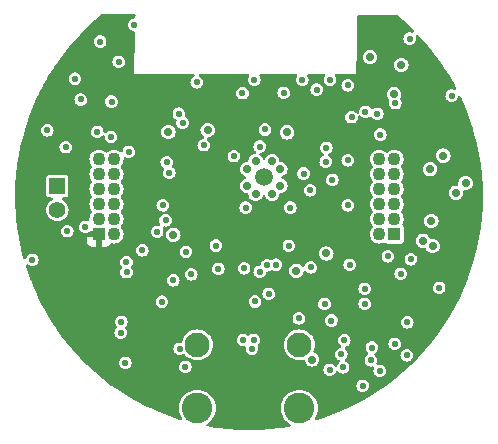
<source format=gbr>
G04 #@! TF.GenerationSoftware,KiCad,Pcbnew,7.0.7*
G04 #@! TF.CreationDate,2024-10-23T00:54:49-07:00*
G04 #@! TF.ProjectId,ESP_POE_1.4b,4553505f-504f-4455-9f31-2e34622e6b69,K*
G04 #@! TF.SameCoordinates,Original*
G04 #@! TF.FileFunction,Copper,L3,Inr*
G04 #@! TF.FilePolarity,Positive*
%FSLAX46Y46*%
G04 Gerber Fmt 4.6, Leading zero omitted, Abs format (unit mm)*
G04 Created by KiCad (PCBNEW 7.0.7) date 2024-10-23 00:54:49*
%MOMM*%
%LPD*%
G01*
G04 APERTURE LIST*
G04 #@! TA.AperFunction,ComponentPad*
%ADD10R,1.400000X1.400000*%
G04 #@! TD*
G04 #@! TA.AperFunction,ComponentPad*
%ADD11C,1.400000*%
G04 #@! TD*
G04 #@! TA.AperFunction,ComponentPad*
%ADD12C,2.100000*%
G04 #@! TD*
G04 #@! TA.AperFunction,ComponentPad*
%ADD13C,2.600000*%
G04 #@! TD*
G04 #@! TA.AperFunction,ComponentPad*
%ADD14R,1.100000X1.100000*%
G04 #@! TD*
G04 #@! TA.AperFunction,ComponentPad*
%ADD15C,1.100000*%
G04 #@! TD*
G04 #@! TA.AperFunction,ComponentPad*
%ADD16C,0.700000*%
G04 #@! TD*
G04 #@! TA.AperFunction,ComponentPad*
%ADD17C,1.500000*%
G04 #@! TD*
G04 #@! TA.AperFunction,ViaPad*
%ADD18C,0.550000*%
G04 #@! TD*
G04 #@! TA.AperFunction,ViaPad*
%ADD19C,0.700000*%
G04 #@! TD*
G04 APERTURE END LIST*
D10*
X74389520Y-143148050D03*
D11*
X74392060Y-145177510D03*
D12*
X86256400Y-156589400D03*
D13*
X86256400Y-161949400D03*
D12*
X94896400Y-156589400D03*
D13*
X94896400Y-161949400D03*
D14*
X77927200Y-147218400D03*
D15*
X79197200Y-147218400D03*
X77927200Y-145948400D03*
X79197200Y-145948400D03*
X77927200Y-144678400D03*
X79197200Y-144678400D03*
X77927200Y-143408400D03*
X79197200Y-143408400D03*
X77927200Y-142138400D03*
X79197200Y-142138400D03*
X77927200Y-140868400D03*
X79197200Y-140868400D03*
D16*
X93288000Y-143120000D03*
X93288000Y-141720000D03*
X92588000Y-143820000D03*
X92588000Y-141020000D03*
D17*
X91888000Y-142420000D03*
D16*
X91188000Y-143820000D03*
X91188000Y-141020000D03*
X90488000Y-143120000D03*
X90488000Y-141720000D03*
D14*
X102920800Y-147218400D03*
D15*
X101650800Y-147218400D03*
X102920800Y-145948400D03*
X101650800Y-145948400D03*
X102920800Y-144678400D03*
X101650800Y-144678400D03*
X102920800Y-143408400D03*
X101650800Y-143408400D03*
X102920800Y-142138400D03*
X101650800Y-142138400D03*
X102920800Y-140868400D03*
X101650800Y-140868400D03*
D18*
X93573600Y-135261600D03*
X76384400Y-135820400D03*
X72288400Y-149402800D03*
X96367600Y-134975600D03*
X98602800Y-158496000D03*
X104241600Y-130657600D03*
X86207600Y-134367600D03*
X97180400Y-139903200D03*
X104343200Y-149343700D03*
X79774800Y-155549600D03*
X92913200Y-149809200D03*
D19*
X97180400Y-148856298D03*
D18*
X100431600Y-153130000D03*
D19*
X102903979Y-135378187D03*
D18*
X98988000Y-134620000D03*
X103479600Y-150571200D03*
X75239700Y-146964400D03*
X103987600Y-157480000D03*
X95859600Y-150032800D03*
X73558400Y-138430000D03*
D19*
X106070400Y-146100800D03*
D18*
X84767299Y-156925237D03*
X77779700Y-138561600D03*
X78028800Y-130911600D03*
X107797600Y-135483600D03*
X105968800Y-137261600D03*
X77984024Y-133483076D03*
X104827901Y-156514800D03*
X106426000Y-133654800D03*
X79552800Y-156819600D03*
X97586800Y-137464800D03*
X103632000Y-153517600D03*
D19*
X85445600Y-143459200D03*
D18*
X83566000Y-134447100D03*
X97485200Y-134162800D03*
X98988000Y-140970000D03*
X97466400Y-158718000D03*
D19*
X103530400Y-132892800D03*
X100868400Y-132232400D03*
D18*
X99314000Y-137312400D03*
X100489115Y-136874658D03*
X101041200Y-156819600D03*
D19*
X108153200Y-143713200D03*
D18*
X79603600Y-132638800D03*
X94848690Y-154352127D03*
X100431600Y-151841200D03*
X75107800Y-139852400D03*
X90078400Y-135280400D03*
X100252962Y-160044562D03*
X106730800Y-151771600D03*
X84226400Y-151130000D03*
X86798849Y-139687300D03*
D19*
X93850621Y-138610179D03*
D18*
X95148400Y-134162300D03*
X91084400Y-134144000D03*
X80924400Y-129489200D03*
X80453800Y-140258800D03*
X85293200Y-148710400D03*
X104038400Y-154686000D03*
X101701600Y-158800800D03*
D19*
X95961200Y-157835600D03*
D18*
X102972438Y-156515638D03*
D19*
X84226400Y-147269200D03*
D18*
X83874200Y-142036800D03*
X91983560Y-138360400D03*
X97028000Y-153130000D03*
X90220800Y-150114000D03*
X87833200Y-148183600D03*
X76758800Y-146608800D03*
X80162400Y-158108400D03*
X100945292Y-157900100D03*
X98988000Y-144780000D03*
X103022400Y-136120300D03*
X101752400Y-138785600D03*
X75895200Y-134061200D03*
X78943200Y-138988800D03*
X80264103Y-150432480D03*
X101498400Y-137026400D03*
X97688400Y-142627600D03*
X92151200Y-149860000D03*
X91024898Y-156179400D03*
X90881200Y-156921200D03*
X91541600Y-150418800D03*
X90127902Y-156179400D03*
X83261200Y-152940000D03*
D19*
X107086400Y-140565599D03*
X105968800Y-141732000D03*
D18*
X102385801Y-149098000D03*
X95250000Y-142087600D03*
D19*
X105359200Y-147777200D03*
X108966000Y-142900400D03*
D18*
X85750400Y-150622000D03*
D19*
X106172000Y-148234400D03*
D18*
X89357200Y-140614400D03*
X90358280Y-144969957D03*
X95808800Y-143510000D03*
X94005254Y-148208854D03*
X79825600Y-154635200D03*
X88036400Y-150164800D03*
X94132400Y-144969500D03*
X81603600Y-148590000D03*
D19*
X83810951Y-138569200D03*
X87128700Y-138417300D03*
X94640400Y-150317200D03*
D18*
X83566000Y-146050000D03*
X99163106Y-149809029D03*
X83667600Y-141122400D03*
X91541600Y-139801600D03*
X83330800Y-144780000D03*
X97129600Y-141071600D03*
X85007200Y-137787257D03*
X78994000Y-135991600D03*
X82854800Y-147015200D03*
X98450400Y-157378400D03*
X91135700Y-152921239D03*
X92298700Y-152280000D03*
X98704400Y-156210000D03*
X84696128Y-137021528D03*
X80257900Y-149606000D03*
X97611543Y-154533468D03*
X85242400Y-158464000D03*
G04 #@! TA.AperFunction,Conductor*
G36*
X80898751Y-128574276D02*
G01*
X80965708Y-128594236D01*
X81011245Y-128647228D01*
X81022184Y-128701993D01*
X81018111Y-128837759D01*
X80996425Y-128904178D01*
X80942273Y-128948329D01*
X80910353Y-128956980D01*
X80786173Y-128973329D01*
X80786172Y-128973329D01*
X80657366Y-129026682D01*
X80546756Y-129111556D01*
X80461882Y-129222166D01*
X80408529Y-129350972D01*
X80408529Y-129350973D01*
X80390331Y-129489200D01*
X80408529Y-129627427D01*
X80461883Y-129756235D01*
X80546756Y-129866844D01*
X80657365Y-129951717D01*
X80786173Y-130005071D01*
X80871197Y-130016264D01*
X80935092Y-130044530D01*
X80973564Y-130102854D01*
X80978955Y-130142921D01*
X80873599Y-133654800D01*
X85921412Y-133654800D01*
X85988451Y-133674485D01*
X86034206Y-133727289D01*
X86044150Y-133796447D01*
X86015125Y-133860003D01*
X85968864Y-133893361D01*
X85940567Y-133905081D01*
X85829956Y-133989956D01*
X85745082Y-134100566D01*
X85704133Y-134199427D01*
X85691729Y-134229373D01*
X85673531Y-134367600D01*
X85691729Y-134505827D01*
X85745083Y-134634635D01*
X85829956Y-134745244D01*
X85940565Y-134830117D01*
X86069373Y-134883471D01*
X86207600Y-134901669D01*
X86345827Y-134883471D01*
X86474635Y-134830117D01*
X86585244Y-134745244D01*
X86670117Y-134634635D01*
X86723471Y-134505827D01*
X86741669Y-134367600D01*
X86723471Y-134229373D01*
X86670117Y-134100566D01*
X86670117Y-134100565D01*
X86585247Y-133989959D01*
X86585245Y-133989957D01*
X86585244Y-133989956D01*
X86474635Y-133905083D01*
X86474634Y-133905082D01*
X86474632Y-133905081D01*
X86446336Y-133893361D01*
X86391932Y-133849520D01*
X86369867Y-133783226D01*
X86387146Y-133715527D01*
X86438283Y-133667916D01*
X86493788Y-133654800D01*
X90540910Y-133654800D01*
X90607949Y-133674485D01*
X90653704Y-133727289D01*
X90663648Y-133796447D01*
X90639285Y-133854287D01*
X90621882Y-133876965D01*
X90575079Y-133989959D01*
X90568529Y-134005773D01*
X90550331Y-134144000D01*
X90568529Y-134282227D01*
X90621883Y-134411035D01*
X90706756Y-134521644D01*
X90817365Y-134606517D01*
X90946173Y-134659871D01*
X91084400Y-134678069D01*
X91222627Y-134659871D01*
X91351435Y-134606517D01*
X91462044Y-134521644D01*
X91546917Y-134411035D01*
X91600271Y-134282227D01*
X91618469Y-134144000D01*
X91600271Y-134005773D01*
X91546917Y-133876966D01*
X91546916Y-133876965D01*
X91529514Y-133854285D01*
X91504321Y-133789115D01*
X91518360Y-133720671D01*
X91567175Y-133670682D01*
X91627891Y-133654800D01*
X94618952Y-133654800D01*
X94685991Y-133674485D01*
X94731746Y-133727289D01*
X94741690Y-133796447D01*
X94717329Y-133854283D01*
X94710756Y-133862851D01*
X94685881Y-133895268D01*
X94632529Y-134024072D01*
X94632529Y-134024073D01*
X94614331Y-134162300D01*
X94632529Y-134300526D01*
X94632529Y-134300527D01*
X94660311Y-134367600D01*
X94685883Y-134429335D01*
X94770756Y-134539944D01*
X94881365Y-134624817D01*
X95010173Y-134678171D01*
X95148400Y-134696369D01*
X95286627Y-134678171D01*
X95415435Y-134624817D01*
X95526044Y-134539944D01*
X95610917Y-134429335D01*
X95664271Y-134300527D01*
X95682469Y-134162300D01*
X95664271Y-134024073D01*
X95610917Y-133895266D01*
X95596875Y-133876966D01*
X95579472Y-133854285D01*
X95554279Y-133789116D01*
X95568318Y-133720671D01*
X95617132Y-133670682D01*
X95677849Y-133654800D01*
X96956135Y-133654800D01*
X97023174Y-133674485D01*
X97068929Y-133727289D01*
X97078873Y-133796447D01*
X97054511Y-133854286D01*
X97022682Y-133895765D01*
X96969536Y-134024073D01*
X96969329Y-134024573D01*
X96951131Y-134162800D01*
X96969329Y-134301027D01*
X97022683Y-134429835D01*
X97107556Y-134540444D01*
X97218165Y-134625317D01*
X97346973Y-134678671D01*
X97485200Y-134696869D01*
X97623427Y-134678671D01*
X97752235Y-134625317D01*
X97759164Y-134620000D01*
X98453931Y-134620000D01*
X98472129Y-134758226D01*
X98472129Y-134758227D01*
X98524207Y-134883956D01*
X98525483Y-134887035D01*
X98610356Y-134997644D01*
X98720965Y-135082517D01*
X98849773Y-135135871D01*
X98988000Y-135154069D01*
X99126227Y-135135871D01*
X99255035Y-135082517D01*
X99365644Y-134997644D01*
X99450517Y-134887035D01*
X99503871Y-134758227D01*
X99522069Y-134620000D01*
X99503871Y-134481773D01*
X99450517Y-134352966D01*
X99450517Y-134352965D01*
X99365647Y-134242359D01*
X99365645Y-134242357D01*
X99365644Y-134242356D01*
X99255035Y-134157483D01*
X99126227Y-134104129D01*
X98988000Y-134085931D01*
X98849773Y-134104129D01*
X98849772Y-134104129D01*
X98720966Y-134157482D01*
X98610356Y-134242356D01*
X98525482Y-134352966D01*
X98472129Y-134481772D01*
X98472129Y-134481773D01*
X98453931Y-134620000D01*
X97759164Y-134620000D01*
X97862844Y-134540444D01*
X97947717Y-134429835D01*
X98001071Y-134301027D01*
X98019269Y-134162800D01*
X98001071Y-134024573D01*
X97958986Y-133922972D01*
X97947717Y-133895765D01*
X97915889Y-133854286D01*
X97890695Y-133789117D01*
X97904734Y-133720672D01*
X97953548Y-133670682D01*
X98014265Y-133654800D01*
X99720399Y-133654800D01*
X99720400Y-133654800D01*
X99728175Y-132892800D01*
X102920684Y-132892800D01*
X102941460Y-133050605D01*
X102941461Y-133050609D01*
X103002368Y-133197655D01*
X103002369Y-133197657D01*
X103002370Y-133197658D01*
X103099266Y-133323934D01*
X103225542Y-133420830D01*
X103372594Y-133481740D01*
X103512040Y-133500098D01*
X103530399Y-133502516D01*
X103530400Y-133502516D01*
X103530401Y-133502516D01*
X103546846Y-133500350D01*
X103688206Y-133481740D01*
X103835258Y-133420830D01*
X103961534Y-133323934D01*
X104058430Y-133197658D01*
X104119340Y-133050606D01*
X104140116Y-132892800D01*
X104119340Y-132734994D01*
X104058430Y-132587942D01*
X103961534Y-132461666D01*
X103835258Y-132364770D01*
X103835257Y-132364769D01*
X103835255Y-132364768D01*
X103688209Y-132303861D01*
X103688207Y-132303860D01*
X103688206Y-132303860D01*
X103557562Y-132286660D01*
X103530401Y-132283084D01*
X103530399Y-132283084D01*
X103372594Y-132303860D01*
X103372590Y-132303861D01*
X103225544Y-132364768D01*
X103099266Y-132461666D01*
X103002368Y-132587944D01*
X102941461Y-132734990D01*
X102941460Y-132734994D01*
X102920684Y-132892799D01*
X102920684Y-132892800D01*
X99728175Y-132892800D01*
X99734914Y-132232400D01*
X100258684Y-132232400D01*
X100279460Y-132390205D01*
X100279461Y-132390209D01*
X100340368Y-132537255D01*
X100340369Y-132537257D01*
X100340370Y-132537258D01*
X100437266Y-132663534D01*
X100563542Y-132760430D01*
X100710594Y-132821340D01*
X100850040Y-132839698D01*
X100868399Y-132842116D01*
X100868400Y-132842116D01*
X100868401Y-132842116D01*
X100884846Y-132839950D01*
X101026206Y-132821340D01*
X101173258Y-132760430D01*
X101299534Y-132663534D01*
X101396430Y-132537258D01*
X101457340Y-132390206D01*
X101478116Y-132232400D01*
X101457340Y-132074594D01*
X101396430Y-131927542D01*
X101299534Y-131801266D01*
X101173258Y-131704370D01*
X101173257Y-131704369D01*
X101173255Y-131704368D01*
X101026209Y-131643461D01*
X101026207Y-131643460D01*
X101026206Y-131643460D01*
X100947302Y-131633072D01*
X100868401Y-131622684D01*
X100868399Y-131622684D01*
X100710594Y-131643460D01*
X100710590Y-131643461D01*
X100563544Y-131704368D01*
X100437266Y-131801266D01*
X100340368Y-131927544D01*
X100279461Y-132074590D01*
X100279460Y-132074594D01*
X100258684Y-132232399D01*
X100258684Y-132232400D01*
X99734914Y-132232400D01*
X99756777Y-130089875D01*
X99769948Y-128799135D01*
X99790316Y-128732300D01*
X99843584Y-128687086D01*
X99893942Y-128676400D01*
X103092651Y-128676400D01*
X103159690Y-128696085D01*
X103172119Y-128705212D01*
X103652993Y-129106673D01*
X103655088Y-129108504D01*
X104308874Y-129706090D01*
X104310885Y-129708013D01*
X104561732Y-129958860D01*
X104595217Y-130020183D01*
X104590233Y-130089875D01*
X104548361Y-130145808D01*
X104482897Y-130170225D01*
X104426599Y-130161102D01*
X104379830Y-130141730D01*
X104379828Y-130141729D01*
X104379827Y-130141729D01*
X104241600Y-130123531D01*
X104103373Y-130141729D01*
X104103372Y-130141729D01*
X103974566Y-130195082D01*
X103863956Y-130279956D01*
X103779082Y-130390566D01*
X103725729Y-130519372D01*
X103725729Y-130519373D01*
X103707531Y-130657600D01*
X103725729Y-130795827D01*
X103779083Y-130924635D01*
X103863956Y-131035244D01*
X103974565Y-131120117D01*
X104103373Y-131173471D01*
X104241600Y-131191669D01*
X104379827Y-131173471D01*
X104508635Y-131120117D01*
X104619244Y-131035244D01*
X104704117Y-130924635D01*
X104757471Y-130795827D01*
X104775669Y-130657600D01*
X104757471Y-130519373D01*
X104738390Y-130473309D01*
X104730922Y-130403844D01*
X104762196Y-130341364D01*
X104822285Y-130305711D01*
X104892110Y-130308204D01*
X104944479Y-130342200D01*
X105536695Y-130990111D01*
X105538526Y-130992206D01*
X106106189Y-131672157D01*
X106107907Y-131674311D01*
X106300718Y-131927542D01*
X106644487Y-132379037D01*
X106646123Y-132381288D01*
X106701809Y-132461666D01*
X107086160Y-133016444D01*
X107150535Y-133109363D01*
X107152068Y-133111685D01*
X107623317Y-133861674D01*
X107624744Y-133864063D01*
X108061862Y-134634423D01*
X108063180Y-134636873D01*
X108158331Y-134823617D01*
X108171227Y-134892286D01*
X108144951Y-134957027D01*
X108087844Y-134997284D01*
X108018039Y-135000276D01*
X108000394Y-134994473D01*
X107935830Y-134967730D01*
X107935828Y-134967729D01*
X107935827Y-134967729D01*
X107797600Y-134949531D01*
X107659373Y-134967729D01*
X107659372Y-134967729D01*
X107530566Y-135021082D01*
X107419956Y-135105956D01*
X107335082Y-135216566D01*
X107281729Y-135345372D01*
X107281729Y-135345373D01*
X107270941Y-135427319D01*
X107263531Y-135483600D01*
X107281729Y-135621827D01*
X107335083Y-135750635D01*
X107419956Y-135861244D01*
X107530565Y-135946117D01*
X107659373Y-135999471D01*
X107797600Y-136017669D01*
X107935827Y-135999471D01*
X108064635Y-135946117D01*
X108175244Y-135861244D01*
X108260117Y-135750635D01*
X108313471Y-135621827D01*
X108313471Y-135621825D01*
X108316581Y-135614318D01*
X108317971Y-135614893D01*
X108349614Y-135562971D01*
X108412459Y-135532437D01*
X108481835Y-135540727D01*
X108535716Y-135585208D01*
X108545930Y-135603438D01*
X108832815Y-136235036D01*
X108833908Y-136237594D01*
X109163655Y-137059642D01*
X109164633Y-137062247D01*
X109457188Y-137898320D01*
X109458045Y-137900957D01*
X109494164Y-138021239D01*
X109712778Y-138749256D01*
X109713519Y-138751939D01*
X109929945Y-139610852D01*
X109930565Y-139613565D01*
X110108237Y-140481311D01*
X110108730Y-140484028D01*
X110231732Y-141260627D01*
X110247292Y-141358871D01*
X110247663Y-141361611D01*
X110343064Y-142208314D01*
X110346837Y-142241801D01*
X110347084Y-142244544D01*
X110406669Y-143128302D01*
X110406794Y-143131082D01*
X110426668Y-144016608D01*
X110426668Y-144019392D01*
X110406794Y-144904917D01*
X110406669Y-144907691D01*
X110347084Y-145791451D01*
X110346837Y-145794195D01*
X110248037Y-146671081D01*
X110247666Y-146674370D01*
X110247292Y-146677128D01*
X110244894Y-146692269D01*
X110109159Y-147549269D01*
X110108734Y-147551950D01*
X110108237Y-147554688D01*
X109930565Y-148422434D01*
X109929945Y-148425147D01*
X109713519Y-149284060D01*
X109712778Y-149286743D01*
X109458048Y-150135033D01*
X109457188Y-150137679D01*
X109164633Y-150973752D01*
X109163655Y-150976357D01*
X108833908Y-151798405D01*
X108832815Y-151800963D01*
X108466514Y-152607402D01*
X108465306Y-152609909D01*
X108063180Y-153399126D01*
X108061862Y-153401576D01*
X107624744Y-154171936D01*
X107623317Y-154174325D01*
X107152068Y-154924314D01*
X107150535Y-154926636D01*
X106646123Y-155654711D01*
X106644487Y-155656962D01*
X106107924Y-156361667D01*
X106106189Y-156363842D01*
X105538526Y-157043793D01*
X105536695Y-157045888D01*
X104939109Y-157699674D01*
X104937186Y-157701685D01*
X104310885Y-158327986D01*
X104308874Y-158329909D01*
X103655088Y-158927495D01*
X103652993Y-158929326D01*
X102973042Y-159496989D01*
X102970867Y-159498724D01*
X102266162Y-160035287D01*
X102263911Y-160036923D01*
X101535836Y-160541335D01*
X101533514Y-160542868D01*
X100783525Y-161014117D01*
X100781136Y-161015544D01*
X100010776Y-161452662D01*
X100008326Y-161453980D01*
X99219109Y-161856106D01*
X99216602Y-161857314D01*
X98410163Y-162223615D01*
X98407605Y-162224708D01*
X97585557Y-162554455D01*
X97582952Y-162555433D01*
X96746879Y-162847988D01*
X96744233Y-162848848D01*
X96349636Y-162967339D01*
X96279768Y-162967767D01*
X96220760Y-162930353D01*
X96191346Y-162866976D01*
X96200867Y-162797758D01*
X96208239Y-162783802D01*
X96285753Y-162657311D01*
X96379389Y-162431252D01*
X96436509Y-162193329D01*
X96455707Y-161949400D01*
X96436509Y-161705471D01*
X96379389Y-161467548D01*
X96379388Y-161467545D01*
X96379388Y-161467544D01*
X96285755Y-161241492D01*
X96285753Y-161241489D01*
X96157909Y-161032867D01*
X96157903Y-161032858D01*
X95998999Y-160846805D01*
X95998994Y-160846800D01*
X95812941Y-160687896D01*
X95812932Y-160687890D01*
X95604310Y-160560046D01*
X95604307Y-160560044D01*
X95378254Y-160466411D01*
X95140332Y-160409291D01*
X94957382Y-160394892D01*
X94896400Y-160390093D01*
X94896399Y-160390093D01*
X94652467Y-160409291D01*
X94414546Y-160466411D01*
X94414544Y-160466411D01*
X94188492Y-160560044D01*
X94188489Y-160560046D01*
X93979867Y-160687890D01*
X93979858Y-160687896D01*
X93793805Y-160846800D01*
X93793800Y-160846805D01*
X93634896Y-161032858D01*
X93634890Y-161032867D01*
X93507046Y-161241489D01*
X93507044Y-161241492D01*
X93413411Y-161467544D01*
X93413411Y-161467546D01*
X93356291Y-161705467D01*
X93337093Y-161949400D01*
X93356291Y-162193332D01*
X93413411Y-162431253D01*
X93413411Y-162431255D01*
X93507044Y-162657307D01*
X93507046Y-162657310D01*
X93634890Y-162865932D01*
X93634896Y-162865941D01*
X93793800Y-163051994D01*
X93793805Y-163051999D01*
X93979858Y-163210903D01*
X93979866Y-163210909D01*
X94104773Y-163287452D01*
X94151648Y-163339263D01*
X94163071Y-163408193D01*
X94135414Y-163472356D01*
X94077458Y-163511381D01*
X94059381Y-163515652D01*
X93286328Y-163638092D01*
X93283582Y-163638464D01*
X92403398Y-163737637D01*
X92400651Y-163737884D01*
X91516891Y-163797469D01*
X91514117Y-163797594D01*
X90628591Y-163817468D01*
X90625809Y-163817468D01*
X89740282Y-163797594D01*
X89737510Y-163797469D01*
X88853744Y-163737884D01*
X88851008Y-163737637D01*
X87970811Y-163638463D01*
X87968075Y-163638092D01*
X87762041Y-163605460D01*
X87114285Y-163502865D01*
X87051150Y-163472936D01*
X87014219Y-163413624D01*
X87015217Y-163343762D01*
X87053827Y-163285529D01*
X87068884Y-163274670D01*
X87172938Y-163210906D01*
X87358997Y-163051997D01*
X87517906Y-162865938D01*
X87645753Y-162657311D01*
X87645756Y-162657305D01*
X87739388Y-162431255D01*
X87739388Y-162431254D01*
X87739389Y-162431252D01*
X87796509Y-162193329D01*
X87815707Y-161949400D01*
X87796509Y-161705471D01*
X87739389Y-161467548D01*
X87739388Y-161467545D01*
X87739388Y-161467544D01*
X87645755Y-161241492D01*
X87645753Y-161241489D01*
X87517909Y-161032867D01*
X87517903Y-161032858D01*
X87358999Y-160846805D01*
X87358994Y-160846800D01*
X87172941Y-160687896D01*
X87172932Y-160687890D01*
X86964310Y-160560046D01*
X86964307Y-160560044D01*
X86738254Y-160466411D01*
X86500332Y-160409291D01*
X86256400Y-160390093D01*
X86012467Y-160409291D01*
X85774546Y-160466411D01*
X85774544Y-160466411D01*
X85548492Y-160560044D01*
X85548489Y-160560046D01*
X85339867Y-160687890D01*
X85339858Y-160687896D01*
X85153805Y-160846800D01*
X85153800Y-160846805D01*
X84994896Y-161032858D01*
X84994890Y-161032867D01*
X84867046Y-161241489D01*
X84867044Y-161241492D01*
X84773411Y-161467544D01*
X84773411Y-161467546D01*
X84716291Y-161705467D01*
X84697093Y-161949399D01*
X84716291Y-162193332D01*
X84773411Y-162431253D01*
X84773411Y-162431255D01*
X84867043Y-162657304D01*
X84921641Y-162746400D01*
X84939885Y-162813846D01*
X84918768Y-162880449D01*
X84864996Y-162925062D01*
X84795641Y-162933522D01*
X84780255Y-162929952D01*
X84510157Y-162848845D01*
X84507520Y-162847988D01*
X83671447Y-162555433D01*
X83668842Y-162554455D01*
X82846794Y-162224708D01*
X82844236Y-162223615D01*
X82482944Y-162059508D01*
X82037778Y-161857305D01*
X82035290Y-161856106D01*
X81246073Y-161453980D01*
X81243623Y-161452662D01*
X80473263Y-161015544D01*
X80470874Y-161014117D01*
X79720885Y-160542868D01*
X79718563Y-160541335D01*
X79669117Y-160507079D01*
X79001514Y-160044562D01*
X99718893Y-160044562D01*
X99737091Y-160182789D01*
X99790445Y-160311597D01*
X99875318Y-160422206D01*
X99985927Y-160507079D01*
X100114735Y-160560433D01*
X100252962Y-160578631D01*
X100391189Y-160560433D01*
X100519997Y-160507079D01*
X100630606Y-160422206D01*
X100715479Y-160311597D01*
X100768833Y-160182789D01*
X100787031Y-160044562D01*
X100768833Y-159906335D01*
X100715479Y-159777528D01*
X100715479Y-159777527D01*
X100630609Y-159666921D01*
X100630607Y-159666919D01*
X100630606Y-159666918D01*
X100519997Y-159582045D01*
X100391189Y-159528691D01*
X100252962Y-159510493D01*
X100114735Y-159528691D01*
X100114734Y-159528691D01*
X99985928Y-159582044D01*
X99875318Y-159666918D01*
X99790444Y-159777528D01*
X99737091Y-159906334D01*
X99737091Y-159906335D01*
X99718893Y-160044562D01*
X79001514Y-160044562D01*
X78990488Y-160036923D01*
X78988237Y-160035287D01*
X78504433Y-159666918D01*
X78283511Y-159498707D01*
X78281357Y-159496989D01*
X77601406Y-158929326D01*
X77599311Y-158927495D01*
X76945525Y-158329909D01*
X76943514Y-158327986D01*
X76723928Y-158108400D01*
X79628331Y-158108400D01*
X79636064Y-158167133D01*
X79646529Y-158246626D01*
X79646529Y-158246627D01*
X79694993Y-158363631D01*
X79699883Y-158375435D01*
X79784756Y-158486044D01*
X79895365Y-158570917D01*
X80024173Y-158624271D01*
X80162400Y-158642469D01*
X80300627Y-158624271D01*
X80429435Y-158570917D01*
X80540044Y-158486044D01*
X80556959Y-158464000D01*
X84708331Y-158464000D01*
X84726529Y-158602226D01*
X84726529Y-158602227D01*
X84735659Y-158624270D01*
X84779883Y-158731035D01*
X84864756Y-158841644D01*
X84975365Y-158926517D01*
X85104173Y-158979871D01*
X85242400Y-158998069D01*
X85380627Y-158979871D01*
X85509435Y-158926517D01*
X85620044Y-158841644D01*
X85704917Y-158731035D01*
X85710316Y-158718000D01*
X96932331Y-158718000D01*
X96943285Y-158801207D01*
X96950529Y-158856226D01*
X96950529Y-158856227D01*
X97001743Y-158979870D01*
X97003883Y-158985035D01*
X97088756Y-159095644D01*
X97199365Y-159180517D01*
X97328173Y-159233871D01*
X97466400Y-159252069D01*
X97604627Y-159233871D01*
X97733435Y-159180517D01*
X97844044Y-159095644D01*
X97928917Y-158985035D01*
X97980544Y-158860395D01*
X98024383Y-158805993D01*
X98090677Y-158783928D01*
X98158377Y-158801207D01*
X98193477Y-158832360D01*
X98225156Y-158873644D01*
X98335765Y-158958517D01*
X98464573Y-159011871D01*
X98602800Y-159030069D01*
X98741027Y-159011871D01*
X98869835Y-158958517D01*
X98980444Y-158873644D01*
X99065317Y-158763035D01*
X99118671Y-158634227D01*
X99136869Y-158496000D01*
X99118671Y-158357773D01*
X99076301Y-158255483D01*
X99065317Y-158228965D01*
X98980447Y-158118359D01*
X98980445Y-158118357D01*
X98980444Y-158118356D01*
X98869835Y-158033483D01*
X98869833Y-158033482D01*
X98806308Y-158007169D01*
X98751905Y-157963328D01*
X98730861Y-157900100D01*
X100411223Y-157900100D01*
X100429421Y-158038326D01*
X100429421Y-158038327D01*
X100461162Y-158114958D01*
X100482775Y-158167135D01*
X100567648Y-158277744D01*
X100678257Y-158362617D01*
X100807065Y-158415971D01*
X100945292Y-158434169D01*
X101083519Y-158415971D01*
X101083522Y-158415969D01*
X101086724Y-158415548D01*
X101155759Y-158426313D01*
X101208015Y-158472693D01*
X101226901Y-158539962D01*
X101217471Y-158585939D01*
X101185730Y-158662569D01*
X101185729Y-158662573D01*
X101167531Y-158800800D01*
X101185729Y-158939026D01*
X101185729Y-158939027D01*
X101215901Y-159011870D01*
X101239083Y-159067835D01*
X101323956Y-159178444D01*
X101434565Y-159263317D01*
X101563373Y-159316671D01*
X101701600Y-159334869D01*
X101839827Y-159316671D01*
X101968635Y-159263317D01*
X102079244Y-159178444D01*
X102164117Y-159067835D01*
X102217471Y-158939027D01*
X102235669Y-158800800D01*
X102217471Y-158662573D01*
X102183174Y-158579773D01*
X102164117Y-158533765D01*
X102079247Y-158423159D01*
X102079245Y-158423157D01*
X102079244Y-158423156D01*
X101968635Y-158338283D01*
X101948418Y-158329909D01*
X101930906Y-158322655D01*
X101839827Y-158284929D01*
X101701600Y-158266731D01*
X101701599Y-158266731D01*
X101560166Y-158285351D01*
X101491131Y-158274585D01*
X101438875Y-158228205D01*
X101419990Y-158160936D01*
X101429418Y-158114964D01*
X101461163Y-158038327D01*
X101479361Y-157900100D01*
X101461163Y-157761873D01*
X101413118Y-157645882D01*
X101407809Y-157633065D01*
X101322937Y-157522457D01*
X101284761Y-157493163D01*
X101275150Y-157480000D01*
X103453531Y-157480000D01*
X103459121Y-157522456D01*
X103471729Y-157618226D01*
X103471729Y-157618227D01*
X103477875Y-157633066D01*
X103525083Y-157747035D01*
X103609956Y-157857644D01*
X103720565Y-157942517D01*
X103849373Y-157995871D01*
X103987600Y-158014069D01*
X104125827Y-157995871D01*
X104254635Y-157942517D01*
X104365244Y-157857644D01*
X104450117Y-157747035D01*
X104503471Y-157618227D01*
X104521669Y-157480000D01*
X104503471Y-157341773D01*
X104450117Y-157212966D01*
X104450117Y-157212965D01*
X104365247Y-157102359D01*
X104365245Y-157102357D01*
X104365244Y-157102356D01*
X104254635Y-157017483D01*
X104125827Y-156964129D01*
X103987600Y-156945931D01*
X103849373Y-156964129D01*
X103849372Y-156964129D01*
X103720566Y-157017482D01*
X103609956Y-157102356D01*
X103525082Y-157212966D01*
X103471729Y-157341772D01*
X103471729Y-157341773D01*
X103456256Y-157459305D01*
X103453531Y-157480000D01*
X101275150Y-157480000D01*
X101243559Y-157436735D01*
X101239404Y-157366989D01*
X101273617Y-157306069D01*
X101301910Y-157287413D01*
X101301198Y-157286180D01*
X101308230Y-157282120D01*
X101308232Y-157282117D01*
X101308235Y-157282117D01*
X101418844Y-157197244D01*
X101503717Y-157086635D01*
X101557071Y-156957827D01*
X101575269Y-156819600D01*
X101557071Y-156681373D01*
X101518974Y-156589400D01*
X101503717Y-156552565D01*
X101475382Y-156515638D01*
X102438369Y-156515638D01*
X102456567Y-156653864D01*
X102456567Y-156653865D01*
X102499978Y-156758670D01*
X102509921Y-156782673D01*
X102594794Y-156893282D01*
X102705403Y-156978155D01*
X102834211Y-157031509D01*
X102972438Y-157049707D01*
X103110665Y-157031509D01*
X103239473Y-156978155D01*
X103350082Y-156893282D01*
X103434955Y-156782673D01*
X103488309Y-156653865D01*
X103506507Y-156515638D01*
X103488309Y-156377411D01*
X103434955Y-156248604D01*
X103434955Y-156248603D01*
X103350085Y-156137997D01*
X103350083Y-156137995D01*
X103350082Y-156137994D01*
X103239473Y-156053121D01*
X103110665Y-155999767D01*
X102972438Y-155981569D01*
X102834211Y-155999767D01*
X102834210Y-155999767D01*
X102705404Y-156053120D01*
X102594794Y-156137994D01*
X102509920Y-156248604D01*
X102456567Y-156377410D01*
X102456567Y-156377411D01*
X102438369Y-156515638D01*
X101475382Y-156515638D01*
X101418847Y-156441959D01*
X101418845Y-156441957D01*
X101418844Y-156441956D01*
X101308235Y-156357083D01*
X101179427Y-156303729D01*
X101041200Y-156285531D01*
X100902973Y-156303729D01*
X100902972Y-156303729D01*
X100774166Y-156357082D01*
X100663556Y-156441956D01*
X100578682Y-156552566D01*
X100534926Y-156658203D01*
X100525329Y-156681373D01*
X100507131Y-156819600D01*
X100521038Y-156925237D01*
X100525329Y-156957826D01*
X100525329Y-156957827D01*
X100563386Y-157049706D01*
X100578683Y-157086635D01*
X100663556Y-157197244D01*
X100701731Y-157226536D01*
X100742932Y-157282963D01*
X100747087Y-157352709D01*
X100712875Y-157413630D01*
X100684587Y-157432289D01*
X100685297Y-157433518D01*
X100678261Y-157437580D01*
X100567648Y-157522456D01*
X100482774Y-157633066D01*
X100429421Y-157761872D01*
X100429421Y-157761873D01*
X100411223Y-157900100D01*
X98730861Y-157900100D01*
X98729840Y-157897033D01*
X98747119Y-157829334D01*
X98778269Y-157794237D01*
X98828044Y-157756044D01*
X98912917Y-157645435D01*
X98966271Y-157516627D01*
X98984469Y-157378400D01*
X98966271Y-157240173D01*
X98912917Y-157111366D01*
X98912917Y-157111365D01*
X98828046Y-157000757D01*
X98761905Y-156950006D01*
X98720702Y-156893578D01*
X98716547Y-156823832D01*
X98750759Y-156762912D01*
X98812477Y-156730159D01*
X98821202Y-156728691D01*
X98842627Y-156725871D01*
X98971435Y-156672517D01*
X99082044Y-156587644D01*
X99166917Y-156477035D01*
X99220271Y-156348227D01*
X99238469Y-156210000D01*
X99220271Y-156071773D01*
X99166917Y-155942966D01*
X99166917Y-155942965D01*
X99082047Y-155832359D01*
X99082045Y-155832357D01*
X99082044Y-155832356D01*
X98971435Y-155747483D01*
X98842627Y-155694129D01*
X98704400Y-155675931D01*
X98566173Y-155694129D01*
X98566172Y-155694129D01*
X98437366Y-155747482D01*
X98326756Y-155832356D01*
X98241882Y-155942966D01*
X98191139Y-156065471D01*
X98188529Y-156071773D01*
X98170331Y-156210000D01*
X98184500Y-156317627D01*
X98188529Y-156348226D01*
X98188529Y-156348227D01*
X98235953Y-156462720D01*
X98241883Y-156477035D01*
X98303661Y-156557546D01*
X98326757Y-156587645D01*
X98392894Y-156638393D01*
X98434097Y-156694821D01*
X98438252Y-156764567D01*
X98404040Y-156825487D01*
X98342323Y-156858240D01*
X98333598Y-156859708D01*
X98312172Y-156862529D01*
X98183366Y-156915882D01*
X98072756Y-157000756D01*
X97987882Y-157111366D01*
X97934529Y-157240172D01*
X97934529Y-157240173D01*
X97916331Y-157378400D01*
X97923587Y-157433518D01*
X97934529Y-157516626D01*
X97934529Y-157516627D01*
X97982759Y-157633066D01*
X97987883Y-157645435D01*
X98072756Y-157756044D01*
X98183365Y-157840917D01*
X98183366Y-157840917D01*
X98183367Y-157840918D01*
X98246890Y-157867230D01*
X98301294Y-157911071D01*
X98323359Y-157977365D01*
X98306080Y-158045064D01*
X98274925Y-158080166D01*
X98225156Y-158118355D01*
X98140282Y-158228966D01*
X98088656Y-158353603D01*
X98044815Y-158408006D01*
X97978521Y-158430071D01*
X97910821Y-158412792D01*
X97875718Y-158381635D01*
X97861903Y-158363631D01*
X97844044Y-158340356D01*
X97733435Y-158255483D01*
X97604627Y-158202129D01*
X97466400Y-158183931D01*
X97328173Y-158202129D01*
X97328172Y-158202129D01*
X97199366Y-158255482D01*
X97088756Y-158340356D01*
X97003882Y-158450966D01*
X96967019Y-158539962D01*
X96950529Y-158579773D01*
X96932331Y-158718000D01*
X85710316Y-158718000D01*
X85758271Y-158602227D01*
X85776469Y-158464000D01*
X85758271Y-158325773D01*
X85704917Y-158196966D01*
X85704917Y-158196965D01*
X85620047Y-158086359D01*
X85620045Y-158086357D01*
X85620044Y-158086356D01*
X85509435Y-158001483D01*
X85495886Y-157995871D01*
X85433846Y-157970173D01*
X85380627Y-157948129D01*
X85242400Y-157929931D01*
X85104173Y-157948129D01*
X85104172Y-157948129D01*
X84975366Y-158001482D01*
X84864756Y-158086356D01*
X84779882Y-158196966D01*
X84726529Y-158325772D01*
X84726529Y-158325773D01*
X84708331Y-158464000D01*
X80556959Y-158464000D01*
X80624917Y-158375435D01*
X80678271Y-158246627D01*
X80696469Y-158108400D01*
X80678271Y-157970173D01*
X80640500Y-157878987D01*
X80624917Y-157841365D01*
X80540047Y-157730759D01*
X80540045Y-157730757D01*
X80540044Y-157730756D01*
X80429435Y-157645883D01*
X80428353Y-157645435D01*
X80362665Y-157618226D01*
X80300627Y-157592529D01*
X80162400Y-157574331D01*
X80024173Y-157592529D01*
X80024172Y-157592529D01*
X79895366Y-157645882D01*
X79784756Y-157730756D01*
X79699882Y-157841366D01*
X79651255Y-157958763D01*
X79646529Y-157970173D01*
X79628331Y-158108400D01*
X76723928Y-158108400D01*
X76317213Y-157701685D01*
X76315290Y-157699674D01*
X75717704Y-157045888D01*
X75715873Y-157043793D01*
X75616895Y-156925237D01*
X84233230Y-156925237D01*
X84251428Y-157063464D01*
X84304782Y-157192272D01*
X84389655Y-157302881D01*
X84500264Y-157387754D01*
X84629072Y-157441108D01*
X84767299Y-157459306D01*
X84905526Y-157441108D01*
X85034334Y-157387754D01*
X85054239Y-157372480D01*
X85119406Y-157347286D01*
X85187851Y-157361323D01*
X85231298Y-157399730D01*
X85253274Y-157431114D01*
X85253281Y-157431122D01*
X85414677Y-157592518D01*
X85414687Y-157592527D01*
X85601654Y-157723444D01*
X85601658Y-157723446D01*
X85808530Y-157819912D01*
X86029011Y-157878989D01*
X86191431Y-157893199D01*
X86256398Y-157898883D01*
X86256400Y-157898883D01*
X86256402Y-157898883D01*
X86313247Y-157893909D01*
X86483789Y-157878989D01*
X86704270Y-157819912D01*
X86911142Y-157723446D01*
X86943634Y-157700695D01*
X87098112Y-157592527D01*
X87098112Y-157592526D01*
X87098119Y-157592522D01*
X87259522Y-157431119D01*
X87390446Y-157244142D01*
X87486912Y-157037270D01*
X87545989Y-156816789D01*
X87565883Y-156589400D01*
X87565729Y-156587645D01*
X87553375Y-156446433D01*
X87545989Y-156362011D01*
X87497059Y-156179400D01*
X89593833Y-156179400D01*
X89611093Y-156310506D01*
X89612031Y-156317626D01*
X89612031Y-156317627D01*
X89659491Y-156432207D01*
X89665385Y-156446435D01*
X89750258Y-156557044D01*
X89860867Y-156641917D01*
X89989675Y-156695271D01*
X90127902Y-156713469D01*
X90218613Y-156701526D01*
X90287645Y-156712291D01*
X90339901Y-156758670D01*
X90358787Y-156825939D01*
X90357735Y-156840650D01*
X90347831Y-156915882D01*
X90347131Y-156921200D01*
X90361654Y-157031508D01*
X90365329Y-157059426D01*
X90365329Y-157059427D01*
X90404892Y-157154942D01*
X90418683Y-157188235D01*
X90503556Y-157298844D01*
X90614165Y-157383717D01*
X90742973Y-157437071D01*
X90881200Y-157455269D01*
X91019427Y-157437071D01*
X91148235Y-157383717D01*
X91258844Y-157298844D01*
X91343717Y-157188235D01*
X91397071Y-157059427D01*
X91415269Y-156921200D01*
X91397071Y-156782973D01*
X91363788Y-156702623D01*
X91356320Y-156633156D01*
X91378222Y-156589401D01*
X93586917Y-156589401D01*
X93606810Y-156816783D01*
X93606812Y-156816794D01*
X93665885Y-157037262D01*
X93665887Y-157037266D01*
X93665888Y-157037270D01*
X93700439Y-157111365D01*
X93762353Y-157244141D01*
X93762355Y-157244145D01*
X93893272Y-157431112D01*
X93893281Y-157431122D01*
X94054677Y-157592518D01*
X94054687Y-157592527D01*
X94241654Y-157723444D01*
X94241658Y-157723446D01*
X94448530Y-157819912D01*
X94669011Y-157878989D01*
X94831431Y-157893199D01*
X94896398Y-157898883D01*
X94896400Y-157898883D01*
X94896402Y-157898883D01*
X94953247Y-157893909D01*
X95123789Y-157878989D01*
X95212668Y-157855174D01*
X95282516Y-157856837D01*
X95340379Y-157895999D01*
X95367699Y-157958763D01*
X95372260Y-157993404D01*
X95372261Y-157993409D01*
X95433168Y-158140455D01*
X95433169Y-158140457D01*
X95433170Y-158140458D01*
X95530066Y-158266734D01*
X95656342Y-158363630D01*
X95803394Y-158424540D01*
X95942840Y-158442898D01*
X95961199Y-158445316D01*
X95961200Y-158445316D01*
X95961201Y-158445316D01*
X95977646Y-158443150D01*
X96119006Y-158424540D01*
X96266058Y-158363630D01*
X96392334Y-158266734D01*
X96489230Y-158140458D01*
X96550140Y-157993406D01*
X96570916Y-157835600D01*
X96550140Y-157677794D01*
X96489230Y-157530742D01*
X96392334Y-157404466D01*
X96266058Y-157307570D01*
X96266057Y-157307569D01*
X96266055Y-157307568D01*
X96163470Y-157265077D01*
X96109066Y-157221237D01*
X96087001Y-157154942D01*
X96098540Y-157098112D01*
X96126912Y-157037270D01*
X96185989Y-156816789D01*
X96205883Y-156589400D01*
X96205729Y-156587645D01*
X96193375Y-156446433D01*
X96185989Y-156362011D01*
X96126912Y-156141530D01*
X96030446Y-155934659D01*
X96030444Y-155934655D01*
X95934897Y-155798201D01*
X95899522Y-155747681D01*
X95738119Y-155586278D01*
X95738117Y-155586276D01*
X95738112Y-155586272D01*
X95551145Y-155455355D01*
X95551141Y-155455353D01*
X95447705Y-155407121D01*
X95344270Y-155358888D01*
X95344266Y-155358887D01*
X95344262Y-155358885D01*
X95123794Y-155299812D01*
X95123790Y-155299811D01*
X95123789Y-155299811D01*
X95123788Y-155299810D01*
X95123783Y-155299810D01*
X94896402Y-155279917D01*
X94896398Y-155279917D01*
X94669016Y-155299810D01*
X94669005Y-155299812D01*
X94448537Y-155358885D01*
X94448528Y-155358889D01*
X94241659Y-155455353D01*
X94241655Y-155455355D01*
X94054680Y-155586278D01*
X93893278Y-155747680D01*
X93762355Y-155934655D01*
X93762353Y-155934659D01*
X93692869Y-156083669D01*
X93667536Y-156137997D01*
X93665889Y-156141528D01*
X93665885Y-156141537D01*
X93606812Y-156362005D01*
X93606810Y-156362016D01*
X93586917Y-156589398D01*
X93586917Y-156589401D01*
X91378222Y-156589401D01*
X91387595Y-156570677D01*
X91402039Y-156557546D01*
X91402535Y-156557050D01*
X91402536Y-156557048D01*
X91402542Y-156557044D01*
X91487415Y-156446435D01*
X91540769Y-156317627D01*
X91558967Y-156179400D01*
X91540769Y-156041173D01*
X91496649Y-155934659D01*
X91487415Y-155912365D01*
X91402545Y-155801759D01*
X91402543Y-155801757D01*
X91402542Y-155801756D01*
X91291933Y-155716883D01*
X91163125Y-155663529D01*
X91024898Y-155645331D01*
X90886671Y-155663529D01*
X90886670Y-155663529D01*
X90757864Y-155716882D01*
X90651884Y-155798202D01*
X90586715Y-155823395D01*
X90518270Y-155809356D01*
X90500913Y-155798201D01*
X90394938Y-155716883D01*
X90330533Y-155690206D01*
X90266129Y-155663529D01*
X90127902Y-155645331D01*
X89989675Y-155663529D01*
X89989674Y-155663529D01*
X89860868Y-155716882D01*
X89750258Y-155801756D01*
X89665384Y-155912366D01*
X89624066Y-156012117D01*
X89612031Y-156041173D01*
X89593833Y-156179400D01*
X87497059Y-156179400D01*
X87486912Y-156141530D01*
X87390446Y-155934659D01*
X87390444Y-155934655D01*
X87294897Y-155798201D01*
X87259522Y-155747681D01*
X87098119Y-155586278D01*
X87098117Y-155586276D01*
X87098112Y-155586272D01*
X86911145Y-155455355D01*
X86911141Y-155455353D01*
X86807705Y-155407121D01*
X86704270Y-155358888D01*
X86704266Y-155358887D01*
X86704262Y-155358885D01*
X86483794Y-155299812D01*
X86483790Y-155299811D01*
X86483789Y-155299811D01*
X86483788Y-155299810D01*
X86483783Y-155299810D01*
X86256402Y-155279917D01*
X86256398Y-155279917D01*
X86029016Y-155299810D01*
X86029005Y-155299812D01*
X85808537Y-155358885D01*
X85808528Y-155358889D01*
X85601659Y-155455353D01*
X85601655Y-155455355D01*
X85414680Y-155586278D01*
X85253278Y-155747680D01*
X85122355Y-155934655D01*
X85122353Y-155934659D01*
X85052869Y-156083669D01*
X85027536Y-156137997D01*
X85025889Y-156141528D01*
X85025886Y-156141534D01*
X84980611Y-156310506D01*
X84944246Y-156370166D01*
X84881399Y-156400695D01*
X84844651Y-156401351D01*
X84767300Y-156391168D01*
X84767299Y-156391168D01*
X84629072Y-156409366D01*
X84629071Y-156409366D01*
X84500265Y-156462719D01*
X84389655Y-156547593D01*
X84304781Y-156658203D01*
X84260724Y-156764567D01*
X84251428Y-156787010D01*
X84233230Y-156925237D01*
X75616895Y-156925237D01*
X75148210Y-156363842D01*
X75146496Y-156361694D01*
X74725945Y-155809356D01*
X74609912Y-155656962D01*
X74608276Y-155654711D01*
X74560868Y-155586281D01*
X74535455Y-155549600D01*
X79240731Y-155549600D01*
X79258929Y-155687826D01*
X79258929Y-155687827D01*
X79284408Y-155749340D01*
X79312283Y-155816635D01*
X79397156Y-155927244D01*
X79507765Y-156012117D01*
X79636573Y-156065471D01*
X79774800Y-156083669D01*
X79913027Y-156065471D01*
X80041835Y-156012117D01*
X80152444Y-155927244D01*
X80237317Y-155816635D01*
X80290671Y-155687827D01*
X80308869Y-155549600D01*
X80290671Y-155411373D01*
X80237317Y-155282566D01*
X80235284Y-155279917D01*
X80169910Y-155194717D01*
X80144717Y-155129548D01*
X80158756Y-155061103D01*
X80192801Y-155020856D01*
X80203244Y-155012844D01*
X80288117Y-154902235D01*
X80341471Y-154773427D01*
X80359669Y-154635200D01*
X80341471Y-154496973D01*
X80288117Y-154368166D01*
X80288117Y-154368165D01*
X80275811Y-154352127D01*
X94314621Y-154352127D01*
X94332819Y-154490354D01*
X94386173Y-154619162D01*
X94471046Y-154729771D01*
X94581655Y-154814644D01*
X94710463Y-154867998D01*
X94848690Y-154886196D01*
X94986917Y-154867998D01*
X95115725Y-154814644D01*
X95226334Y-154729771D01*
X95311207Y-154619162D01*
X95346703Y-154533468D01*
X97077474Y-154533468D01*
X97095672Y-154671695D01*
X97149026Y-154800503D01*
X97233899Y-154911112D01*
X97344508Y-154995985D01*
X97473316Y-155049339D01*
X97611543Y-155067537D01*
X97749770Y-155049339D01*
X97878578Y-154995985D01*
X97989187Y-154911112D01*
X98074060Y-154800503D01*
X98121489Y-154686000D01*
X103504331Y-154686000D01*
X103519405Y-154800501D01*
X103522529Y-154824226D01*
X103522529Y-154824227D01*
X103558517Y-154911111D01*
X103575883Y-154953035D01*
X103660756Y-155063644D01*
X103771365Y-155148517D01*
X103900173Y-155201871D01*
X104038400Y-155220069D01*
X104176627Y-155201871D01*
X104305435Y-155148517D01*
X104416044Y-155063644D01*
X104500917Y-154953035D01*
X104554271Y-154824227D01*
X104572469Y-154686000D01*
X104554271Y-154547773D01*
X104500917Y-154418966D01*
X104500917Y-154418965D01*
X104416047Y-154308359D01*
X104416045Y-154308357D01*
X104416044Y-154308356D01*
X104305435Y-154223483D01*
X104176627Y-154170129D01*
X104038400Y-154151931D01*
X103900173Y-154170129D01*
X103900172Y-154170129D01*
X103771366Y-154223482D01*
X103660756Y-154308356D01*
X103575882Y-154418966D01*
X103528454Y-154533468D01*
X103522529Y-154547773D01*
X103504331Y-154686000D01*
X98121489Y-154686000D01*
X98127414Y-154671695D01*
X98145612Y-154533468D01*
X98127414Y-154395241D01*
X98074060Y-154266434D01*
X98074060Y-154266433D01*
X97989190Y-154155827D01*
X97989188Y-154155825D01*
X97989187Y-154155824D01*
X97878578Y-154070951D01*
X97749770Y-154017597D01*
X97611543Y-153999399D01*
X97473316Y-154017597D01*
X97473315Y-154017597D01*
X97344509Y-154070950D01*
X97233899Y-154155824D01*
X97149025Y-154266434D01*
X97095672Y-154395240D01*
X97095672Y-154395241D01*
X97077474Y-154533468D01*
X95346703Y-154533468D01*
X95364561Y-154490354D01*
X95382759Y-154352127D01*
X95364561Y-154213900D01*
X95311207Y-154085093D01*
X95311207Y-154085092D01*
X95226337Y-153974486D01*
X95226335Y-153974484D01*
X95226334Y-153974483D01*
X95115725Y-153889610D01*
X94986917Y-153836256D01*
X94848690Y-153818058D01*
X94710463Y-153836256D01*
X94710462Y-153836256D01*
X94581656Y-153889609D01*
X94471046Y-153974483D01*
X94386172Y-154085093D01*
X94332819Y-154213899D01*
X94332819Y-154213900D01*
X94314621Y-154352127D01*
X80275811Y-154352127D01*
X80203247Y-154257559D01*
X80203245Y-154257557D01*
X80203244Y-154257556D01*
X80092635Y-154172683D01*
X79963827Y-154119329D01*
X79825600Y-154101131D01*
X79687373Y-154119329D01*
X79687372Y-154119329D01*
X79558566Y-154172682D01*
X79447956Y-154257556D01*
X79363082Y-154368166D01*
X79309729Y-154496972D01*
X79309729Y-154496973D01*
X79291531Y-154635200D01*
X79303982Y-154729770D01*
X79309729Y-154773426D01*
X79309729Y-154773427D01*
X79348901Y-154867998D01*
X79363083Y-154902235D01*
X79430490Y-154990082D01*
X79455683Y-155055248D01*
X79441645Y-155123693D01*
X79407603Y-155163939D01*
X79397156Y-155171955D01*
X79312282Y-155282566D01*
X79258929Y-155411372D01*
X79258929Y-155411373D01*
X79240731Y-155549600D01*
X74535455Y-155549600D01*
X74103855Y-154926623D01*
X74102331Y-154924314D01*
X74066945Y-154867998D01*
X73631082Y-154174325D01*
X73629655Y-154171936D01*
X73331155Y-153645871D01*
X73192531Y-153401566D01*
X73191219Y-153399126D01*
X72957283Y-152940000D01*
X82727131Y-152940000D01*
X82745329Y-153078227D01*
X82798683Y-153207035D01*
X82883556Y-153317644D01*
X82994165Y-153402517D01*
X83122973Y-153455871D01*
X83261200Y-153474069D01*
X83399427Y-153455871D01*
X83528235Y-153402517D01*
X83638844Y-153317644D01*
X83723717Y-153207035D01*
X83777071Y-153078227D01*
X83795269Y-152940000D01*
X83792799Y-152921239D01*
X90601631Y-152921239D01*
X90619829Y-153059466D01*
X90673183Y-153188274D01*
X90758056Y-153298883D01*
X90868665Y-153383756D01*
X90997473Y-153437110D01*
X91135700Y-153455308D01*
X91273927Y-153437110D01*
X91402735Y-153383756D01*
X91513344Y-153298883D01*
X91598217Y-153188274D01*
X91622355Y-153130000D01*
X96493931Y-153130000D01*
X96512129Y-153268227D01*
X96565483Y-153397035D01*
X96650356Y-153507644D01*
X96760965Y-153592517D01*
X96889773Y-153645871D01*
X97028000Y-153664069D01*
X97166227Y-153645871D01*
X97295035Y-153592517D01*
X97405644Y-153507644D01*
X97490517Y-153397035D01*
X97543871Y-153268227D01*
X97562069Y-153130000D01*
X99897531Y-153130000D01*
X99915729Y-153268227D01*
X99969083Y-153397035D01*
X100053956Y-153507644D01*
X100164565Y-153592517D01*
X100293373Y-153645871D01*
X100431600Y-153664069D01*
X100569827Y-153645871D01*
X100698635Y-153592517D01*
X100809244Y-153507644D01*
X100894117Y-153397035D01*
X100947471Y-153268227D01*
X100965669Y-153130000D01*
X100947471Y-152991773D01*
X100894117Y-152862966D01*
X100894117Y-152862965D01*
X100809247Y-152752359D01*
X100809245Y-152752357D01*
X100809244Y-152752356D01*
X100698635Y-152667483D01*
X100569827Y-152614129D01*
X100569825Y-152614128D01*
X100528445Y-152608681D01*
X100527365Y-152608538D01*
X100463469Y-152580273D01*
X100431289Y-152531486D01*
X100401960Y-152578340D01*
X100338754Y-152608119D01*
X100335843Y-152608537D01*
X100293373Y-152614129D01*
X100293372Y-152614129D01*
X100164566Y-152667482D01*
X100053956Y-152752356D01*
X99969082Y-152862966D01*
X99944945Y-152921239D01*
X99915729Y-152991773D01*
X99897531Y-153130000D01*
X97562069Y-153130000D01*
X97543871Y-152991773D01*
X97490517Y-152862966D01*
X97490517Y-152862965D01*
X97405647Y-152752359D01*
X97405645Y-152752357D01*
X97405644Y-152752356D01*
X97295035Y-152667483D01*
X97166227Y-152614129D01*
X97028000Y-152595931D01*
X96889773Y-152614129D01*
X96889772Y-152614129D01*
X96760966Y-152667482D01*
X96650356Y-152752356D01*
X96565482Y-152862966D01*
X96541345Y-152921239D01*
X96512129Y-152991773D01*
X96493931Y-153130000D01*
X91622355Y-153130000D01*
X91651571Y-153059466D01*
X91669769Y-152921239D01*
X91651571Y-152783012D01*
X91603717Y-152667482D01*
X91598217Y-152654204D01*
X91513347Y-152543598D01*
X91513345Y-152543596D01*
X91513344Y-152543595D01*
X91402735Y-152458722D01*
X91273927Y-152405368D01*
X91135700Y-152387170D01*
X90997473Y-152405368D01*
X90997472Y-152405368D01*
X90868666Y-152458721D01*
X90758056Y-152543595D01*
X90673182Y-152654205D01*
X90619829Y-152783011D01*
X90619829Y-152783012D01*
X90601631Y-152921239D01*
X83792799Y-152921239D01*
X83777071Y-152801773D01*
X83723717Y-152672966D01*
X83723717Y-152672965D01*
X83638847Y-152562359D01*
X83638845Y-152562357D01*
X83638844Y-152562356D01*
X83528235Y-152477483D01*
X83399427Y-152424129D01*
X83261200Y-152405931D01*
X83122973Y-152424129D01*
X83122972Y-152424129D01*
X82994166Y-152477482D01*
X82883556Y-152562356D01*
X82798682Y-152672966D01*
X82745329Y-152801772D01*
X82745329Y-152801773D01*
X82727131Y-152940000D01*
X72957283Y-152940000D01*
X72789093Y-152609909D01*
X72787903Y-152607440D01*
X72639173Y-152280000D01*
X91764631Y-152280000D01*
X91782829Y-152418227D01*
X91836183Y-152547035D01*
X91921056Y-152657644D01*
X92031665Y-152742517D01*
X92160473Y-152795871D01*
X92298700Y-152814069D01*
X92436927Y-152795871D01*
X92565735Y-152742517D01*
X92676344Y-152657644D01*
X92761217Y-152547035D01*
X92814571Y-152418227D01*
X92832769Y-152280000D01*
X92814571Y-152141773D01*
X92761217Y-152012966D01*
X92761217Y-152012965D01*
X92676347Y-151902359D01*
X92676345Y-151902357D01*
X92676344Y-151902356D01*
X92596644Y-151841200D01*
X99897531Y-151841200D01*
X99915729Y-151979427D01*
X99969083Y-152108235D01*
X100053956Y-152218844D01*
X100164565Y-152303717D01*
X100293373Y-152357071D01*
X100335834Y-152362661D01*
X100399730Y-152390928D01*
X100431909Y-152439714D01*
X100461239Y-152392860D01*
X100524445Y-152363081D01*
X100527356Y-152362662D01*
X100569827Y-152357071D01*
X100698635Y-152303717D01*
X100809244Y-152218844D01*
X100894117Y-152108235D01*
X100947471Y-151979427D01*
X100965669Y-151841200D01*
X100956506Y-151771600D01*
X106196731Y-151771600D01*
X106213945Y-151902356D01*
X106214929Y-151909826D01*
X106214929Y-151909827D01*
X106257650Y-152012966D01*
X106268283Y-152038635D01*
X106353156Y-152149244D01*
X106463765Y-152234117D01*
X106592573Y-152287471D01*
X106730800Y-152305669D01*
X106869027Y-152287471D01*
X106997835Y-152234117D01*
X107108444Y-152149244D01*
X107193317Y-152038635D01*
X107246671Y-151909827D01*
X107264869Y-151771600D01*
X107246671Y-151633373D01*
X107193317Y-151504566D01*
X107193317Y-151504565D01*
X107108447Y-151393959D01*
X107108445Y-151393957D01*
X107108444Y-151393956D01*
X106997835Y-151309083D01*
X106993122Y-151307131D01*
X106960106Y-151293455D01*
X106869027Y-151255729D01*
X106730800Y-151237531D01*
X106592573Y-151255729D01*
X106592572Y-151255729D01*
X106463766Y-151309082D01*
X106353156Y-151393956D01*
X106268282Y-151504566D01*
X106231852Y-151592517D01*
X106214929Y-151633373D01*
X106196731Y-151771600D01*
X100956506Y-151771600D01*
X100947471Y-151702973D01*
X100916216Y-151627519D01*
X100894117Y-151574165D01*
X100809247Y-151463559D01*
X100809245Y-151463557D01*
X100809244Y-151463556D01*
X100698635Y-151378683D01*
X100569827Y-151325329D01*
X100431600Y-151307131D01*
X100293373Y-151325329D01*
X100293372Y-151325329D01*
X100164566Y-151378682D01*
X100053956Y-151463556D01*
X99969082Y-151574166D01*
X99915729Y-151702972D01*
X99915729Y-151702973D01*
X99897531Y-151841200D01*
X92596644Y-151841200D01*
X92565735Y-151817483D01*
X92436927Y-151764129D01*
X92298700Y-151745931D01*
X92160473Y-151764129D01*
X92160472Y-151764129D01*
X92031666Y-151817482D01*
X91921056Y-151902356D01*
X91836182Y-152012966D01*
X91782829Y-152141772D01*
X91782829Y-152141773D01*
X91764631Y-152280000D01*
X72639173Y-152280000D01*
X72421581Y-151800957D01*
X72420491Y-151798405D01*
X72152375Y-151130000D01*
X83692331Y-151130000D01*
X83710529Y-151268226D01*
X83710529Y-151268227D01*
X83762607Y-151393956D01*
X83763883Y-151397035D01*
X83848756Y-151507644D01*
X83959365Y-151592517D01*
X84088173Y-151645871D01*
X84226400Y-151664069D01*
X84364627Y-151645871D01*
X84493435Y-151592517D01*
X84604044Y-151507644D01*
X84688917Y-151397035D01*
X84742271Y-151268227D01*
X84760469Y-151130000D01*
X84742271Y-150991773D01*
X84699715Y-150889035D01*
X84688917Y-150862965D01*
X84604047Y-150752359D01*
X84604045Y-150752357D01*
X84604044Y-150752356D01*
X84493435Y-150667483D01*
X84383629Y-150622000D01*
X85216331Y-150622000D01*
X85234529Y-150760227D01*
X85287883Y-150889035D01*
X85372756Y-150999644D01*
X85483365Y-151084517D01*
X85612173Y-151137871D01*
X85750400Y-151156069D01*
X85888627Y-151137871D01*
X86017435Y-151084517D01*
X86128044Y-150999644D01*
X86212917Y-150889035D01*
X86266271Y-150760227D01*
X86284469Y-150622000D01*
X86266271Y-150483773D01*
X86229114Y-150394069D01*
X86212917Y-150354965D01*
X86128047Y-150244359D01*
X86128045Y-150244357D01*
X86128044Y-150244356D01*
X86024364Y-150164800D01*
X87502331Y-150164800D01*
X87516384Y-150271546D01*
X87520529Y-150303026D01*
X87520529Y-150303027D01*
X87565022Y-150410444D01*
X87573883Y-150431835D01*
X87658756Y-150542444D01*
X87769365Y-150627317D01*
X87898173Y-150680671D01*
X88036400Y-150698869D01*
X88174627Y-150680671D01*
X88303435Y-150627317D01*
X88414044Y-150542444D01*
X88498917Y-150431835D01*
X88552271Y-150303027D01*
X88570469Y-150164800D01*
X88563781Y-150114000D01*
X89686731Y-150114000D01*
X89696298Y-150186672D01*
X89704929Y-150252226D01*
X89704929Y-150252227D01*
X89756143Y-150375870D01*
X89758283Y-150381035D01*
X89843156Y-150491644D01*
X89953765Y-150576517D01*
X90082573Y-150629871D01*
X90220800Y-150648069D01*
X90359027Y-150629871D01*
X90487835Y-150576517D01*
X90598444Y-150491644D01*
X90654339Y-150418800D01*
X91007531Y-150418800D01*
X91017970Y-150498087D01*
X91025729Y-150557026D01*
X91025729Y-150557027D01*
X91076943Y-150680670D01*
X91079083Y-150685835D01*
X91163956Y-150796444D01*
X91274565Y-150881317D01*
X91403373Y-150934671D01*
X91541600Y-150952869D01*
X91679827Y-150934671D01*
X91808635Y-150881317D01*
X91919244Y-150796444D01*
X92004117Y-150685835D01*
X92057471Y-150557027D01*
X92065230Y-150498084D01*
X92093496Y-150434190D01*
X92151820Y-150395718D01*
X92171975Y-150391333D01*
X92289427Y-150375871D01*
X92418235Y-150322517D01*
X92489817Y-150267590D01*
X92554985Y-150242397D01*
X92623429Y-150256435D01*
X92640790Y-150267593D01*
X92646163Y-150271716D01*
X92646164Y-150271716D01*
X92646165Y-150271717D01*
X92774973Y-150325071D01*
X92913200Y-150343269D01*
X93051427Y-150325071D01*
X93070429Y-150317200D01*
X94030684Y-150317200D01*
X94039414Y-150383513D01*
X94051460Y-150475005D01*
X94051461Y-150475009D01*
X94112368Y-150622055D01*
X94112369Y-150622057D01*
X94112370Y-150622058D01*
X94209266Y-150748334D01*
X94335542Y-150845230D01*
X94482594Y-150906140D01*
X94622040Y-150924498D01*
X94640399Y-150926916D01*
X94640400Y-150926916D01*
X94640401Y-150926916D01*
X94656846Y-150924750D01*
X94798206Y-150906140D01*
X94945258Y-150845230D01*
X95071534Y-150748334D01*
X95168430Y-150622058D01*
X95189496Y-150571200D01*
X102945531Y-150571200D01*
X102963729Y-150709426D01*
X102963729Y-150709427D01*
X103005438Y-150810123D01*
X103017083Y-150838235D01*
X103101956Y-150948844D01*
X103212565Y-151033717D01*
X103341373Y-151087071D01*
X103479600Y-151105269D01*
X103617827Y-151087071D01*
X103746635Y-151033717D01*
X103857244Y-150948844D01*
X103942117Y-150838235D01*
X103995471Y-150709427D01*
X104013669Y-150571200D01*
X103995471Y-150432973D01*
X103958243Y-150343097D01*
X103942117Y-150304165D01*
X103857247Y-150193559D01*
X103857245Y-150193557D01*
X103857244Y-150193556D01*
X103746635Y-150108683D01*
X103617827Y-150055329D01*
X103479600Y-150037131D01*
X103341373Y-150055329D01*
X103341372Y-150055329D01*
X103212566Y-150108682D01*
X103101956Y-150193556D01*
X103017082Y-150304166D01*
X102963729Y-150432972D01*
X102963729Y-150432973D01*
X102945531Y-150571200D01*
X95189496Y-150571200D01*
X95229340Y-150475006D01*
X95234515Y-150435694D01*
X95262781Y-150371799D01*
X95321106Y-150333328D01*
X95390970Y-150332497D01*
X95450194Y-150369569D01*
X95455821Y-150376384D01*
X95481956Y-150410444D01*
X95592565Y-150495317D01*
X95721373Y-150548671D01*
X95859600Y-150566869D01*
X95997827Y-150548671D01*
X96126635Y-150495317D01*
X96237244Y-150410444D01*
X96322117Y-150299835D01*
X96375471Y-150171027D01*
X96393669Y-150032800D01*
X96375471Y-149894573D01*
X96340037Y-149809029D01*
X98629037Y-149809029D01*
X98645867Y-149936868D01*
X98647235Y-149947255D01*
X98647235Y-149947256D01*
X98678037Y-150021620D01*
X98700589Y-150076064D01*
X98785462Y-150186673D01*
X98896071Y-150271546D01*
X99024879Y-150324900D01*
X99163106Y-150343098D01*
X99301333Y-150324900D01*
X99430141Y-150271546D01*
X99540750Y-150186673D01*
X99625623Y-150076064D01*
X99678977Y-149947256D01*
X99697175Y-149809029D01*
X99678977Y-149670802D01*
X99641337Y-149579931D01*
X99625623Y-149541994D01*
X99540753Y-149431388D01*
X99540751Y-149431386D01*
X99540750Y-149431385D01*
X99430141Y-149346512D01*
X99423352Y-149343700D01*
X99362432Y-149318466D01*
X99301333Y-149293158D01*
X99163106Y-149274960D01*
X99024879Y-149293158D01*
X99024878Y-149293158D01*
X98896072Y-149346511D01*
X98785462Y-149431385D01*
X98700588Y-149541995D01*
X98647235Y-149670801D01*
X98647235Y-149670802D01*
X98629037Y-149809029D01*
X96340037Y-149809029D01*
X96322117Y-149765765D01*
X96237247Y-149655159D01*
X96237245Y-149655157D01*
X96237244Y-149655156D01*
X96126635Y-149570283D01*
X95997827Y-149516929D01*
X95859600Y-149498731D01*
X95721373Y-149516929D01*
X95721372Y-149516929D01*
X95592566Y-149570282D01*
X95481956Y-149655156D01*
X95397082Y-149765766D01*
X95343729Y-149894572D01*
X95341626Y-149902423D01*
X95340047Y-149902000D01*
X95315621Y-149957200D01*
X95257293Y-149995664D01*
X95187428Y-149996488D01*
X95128209Y-149959408D01*
X95122582Y-149952593D01*
X95118900Y-149947795D01*
X95071534Y-149886066D01*
X94945258Y-149789170D01*
X94945257Y-149789169D01*
X94945255Y-149789168D01*
X94798209Y-149728261D01*
X94798207Y-149728260D01*
X94798206Y-149728260D01*
X94719302Y-149717872D01*
X94640401Y-149707484D01*
X94640399Y-149707484D01*
X94482594Y-149728260D01*
X94482590Y-149728261D01*
X94335544Y-149789168D01*
X94209266Y-149886066D01*
X94112368Y-150012344D01*
X94051461Y-150159390D01*
X94051460Y-150159394D01*
X94036695Y-150271546D01*
X94030684Y-150317200D01*
X93070429Y-150317200D01*
X93180235Y-150271717D01*
X93290844Y-150186844D01*
X93375717Y-150076235D01*
X93429071Y-149947427D01*
X93447269Y-149809200D01*
X93429071Y-149670973D01*
X93387363Y-149570282D01*
X93375717Y-149542165D01*
X93290847Y-149431559D01*
X93290845Y-149431557D01*
X93290844Y-149431556D01*
X93180235Y-149346683D01*
X93179822Y-149346512D01*
X93112113Y-149318466D01*
X93051427Y-149293329D01*
X92913200Y-149275131D01*
X92774973Y-149293329D01*
X92774972Y-149293329D01*
X92646166Y-149346682D01*
X92574583Y-149401609D01*
X92509414Y-149426802D01*
X92440969Y-149412763D01*
X92423615Y-149401610D01*
X92418237Y-149397484D01*
X92418235Y-149397483D01*
X92289427Y-149344129D01*
X92151200Y-149325931D01*
X92012973Y-149344129D01*
X92012972Y-149344129D01*
X91884166Y-149397482D01*
X91773556Y-149482356D01*
X91688682Y-149592966D01*
X91635329Y-149721772D01*
X91635329Y-149721774D01*
X91627569Y-149780714D01*
X91599302Y-149844611D01*
X91540977Y-149883081D01*
X91520816Y-149887467D01*
X91403373Y-149902929D01*
X91403372Y-149902929D01*
X91274566Y-149956282D01*
X91163956Y-150041156D01*
X91079082Y-150151766D01*
X91025729Y-150280572D01*
X91025729Y-150280573D01*
X91017498Y-150343097D01*
X91007531Y-150418800D01*
X90654339Y-150418800D01*
X90683317Y-150381035D01*
X90736671Y-150252227D01*
X90754869Y-150114000D01*
X90736671Y-149975773D01*
X90698960Y-149884731D01*
X90683317Y-149846965D01*
X90598447Y-149736359D01*
X90598445Y-149736357D01*
X90598444Y-149736356D01*
X90487835Y-149651483D01*
X90359027Y-149598129D01*
X90220800Y-149579931D01*
X90082573Y-149598129D01*
X90082572Y-149598129D01*
X89953766Y-149651482D01*
X89843156Y-149736356D01*
X89758282Y-149846966D01*
X89704929Y-149975772D01*
X89704929Y-149975773D01*
X89686731Y-150114000D01*
X88563781Y-150114000D01*
X88552271Y-150026573D01*
X88498917Y-149897766D01*
X88498917Y-149897765D01*
X88414047Y-149787159D01*
X88414045Y-149787157D01*
X88414044Y-149787156D01*
X88303435Y-149702283D01*
X88174627Y-149648929D01*
X88036400Y-149630731D01*
X87898173Y-149648929D01*
X87898172Y-149648929D01*
X87769366Y-149702282D01*
X87658756Y-149787156D01*
X87573882Y-149897766D01*
X87520529Y-150026572D01*
X87520529Y-150026573D01*
X87502331Y-150164800D01*
X86024364Y-150164800D01*
X86017435Y-150159483D01*
X86017220Y-150159394D01*
X85958407Y-150135033D01*
X85888627Y-150106129D01*
X85750400Y-150087931D01*
X85612173Y-150106129D01*
X85612172Y-150106129D01*
X85483366Y-150159482D01*
X85372756Y-150244356D01*
X85287882Y-150354966D01*
X85238160Y-150475006D01*
X85234529Y-150483773D01*
X85216331Y-150622000D01*
X84383629Y-150622000D01*
X84364627Y-150614129D01*
X84226400Y-150595931D01*
X84088173Y-150614129D01*
X84088172Y-150614129D01*
X83959366Y-150667482D01*
X83848756Y-150752356D01*
X83763882Y-150862966D01*
X83710529Y-150991772D01*
X83710529Y-150991773D01*
X83692331Y-151130000D01*
X72152375Y-151130000D01*
X72090744Y-150976357D01*
X72089766Y-150973752D01*
X71797211Y-150137679D01*
X71796362Y-150135069D01*
X71734198Y-149928054D01*
X71733771Y-149858188D01*
X71771185Y-149799180D01*
X71834562Y-149769766D01*
X71903780Y-149779287D01*
X71928446Y-149794018D01*
X72021363Y-149865316D01*
X72021364Y-149865316D01*
X72021365Y-149865317D01*
X72150173Y-149918671D01*
X72288400Y-149936869D01*
X72426627Y-149918671D01*
X72555435Y-149865317D01*
X72666044Y-149780444D01*
X72750917Y-149669835D01*
X72777358Y-149606000D01*
X79723831Y-149606000D01*
X79739017Y-149721344D01*
X79742029Y-149744226D01*
X79742029Y-149744227D01*
X79795383Y-149873036D01*
X79852748Y-149947795D01*
X79877942Y-150012964D01*
X79863904Y-150081409D01*
X79852749Y-150098765D01*
X79801586Y-150165444D01*
X79748232Y-150294252D01*
X79748232Y-150294253D01*
X79741802Y-150343097D01*
X79730034Y-150432480D01*
X79735633Y-150475004D01*
X79748232Y-150570706D01*
X79748232Y-150570707D01*
X79795919Y-150685835D01*
X79801586Y-150699515D01*
X79886459Y-150810124D01*
X79997068Y-150894997D01*
X80125876Y-150948351D01*
X80264103Y-150966549D01*
X80402330Y-150948351D01*
X80531138Y-150894997D01*
X80641747Y-150810124D01*
X80726620Y-150699515D01*
X80779974Y-150570707D01*
X80798172Y-150432480D01*
X80779974Y-150294253D01*
X80726620Y-150165446D01*
X80669251Y-150090680D01*
X80644059Y-150025516D01*
X80658097Y-149957071D01*
X80669249Y-149939717D01*
X80720417Y-149873035D01*
X80773771Y-149744227D01*
X80791969Y-149606000D01*
X80773771Y-149467773D01*
X80731215Y-149365035D01*
X80720417Y-149338965D01*
X80635547Y-149228359D01*
X80635545Y-149228357D01*
X80635544Y-149228356D01*
X80524935Y-149143483D01*
X80396127Y-149090129D01*
X80257900Y-149071931D01*
X80119673Y-149090129D01*
X80119672Y-149090129D01*
X79990866Y-149143482D01*
X79880256Y-149228356D01*
X79795382Y-149338966D01*
X79742444Y-149466771D01*
X79742029Y-149467773D01*
X79723831Y-149606000D01*
X72777358Y-149606000D01*
X72804271Y-149541027D01*
X72822469Y-149402800D01*
X72804271Y-149264573D01*
X72750917Y-149135766D01*
X72750917Y-149135765D01*
X72666047Y-149025159D01*
X72666045Y-149025157D01*
X72666044Y-149025156D01*
X72555435Y-148940283D01*
X72426627Y-148886929D01*
X72288400Y-148868731D01*
X72150173Y-148886929D01*
X72150172Y-148886929D01*
X72021366Y-148940282D01*
X71910756Y-149025156D01*
X71825882Y-149135766D01*
X71797009Y-149205473D01*
X71772530Y-149264572D01*
X71769419Y-149272082D01*
X71766674Y-149270945D01*
X71737699Y-149318466D01*
X71674847Y-149348985D01*
X71605473Y-149340680D01*
X71551602Y-149296186D01*
X71534062Y-149256997D01*
X71365993Y-148590000D01*
X81069531Y-148590000D01*
X81087729Y-148728227D01*
X81141083Y-148857035D01*
X81225956Y-148967644D01*
X81336565Y-149052517D01*
X81465373Y-149105871D01*
X81603600Y-149124069D01*
X81741827Y-149105871D01*
X81870635Y-149052517D01*
X81981244Y-148967644D01*
X82066117Y-148857035D01*
X82119471Y-148728227D01*
X82121818Y-148710400D01*
X84759131Y-148710400D01*
X84777329Y-148848627D01*
X84830683Y-148977435D01*
X84915556Y-149088044D01*
X85026165Y-149172917D01*
X85154973Y-149226271D01*
X85293200Y-149244469D01*
X85431427Y-149226271D01*
X85560235Y-149172917D01*
X85670844Y-149088044D01*
X85755717Y-148977435D01*
X85805894Y-148856298D01*
X96570684Y-148856298D01*
X96591460Y-149014103D01*
X96591461Y-149014107D01*
X96652368Y-149161153D01*
X96652369Y-149161155D01*
X96652370Y-149161156D01*
X96749266Y-149287432D01*
X96875542Y-149384328D01*
X97022594Y-149445238D01*
X97162040Y-149463596D01*
X97180399Y-149466014D01*
X97180400Y-149466014D01*
X97180401Y-149466014D01*
X97196846Y-149463848D01*
X97338206Y-149445238D01*
X97485258Y-149384328D01*
X97611534Y-149287432D01*
X97708430Y-149161156D01*
X97734590Y-149097999D01*
X101851732Y-149097999D01*
X101869930Y-149236226D01*
X101869930Y-149236227D01*
X101915611Y-149346512D01*
X101923284Y-149365035D01*
X102008157Y-149475644D01*
X102118766Y-149560517D01*
X102247574Y-149613871D01*
X102385801Y-149632069D01*
X102524028Y-149613871D01*
X102652836Y-149560517D01*
X102763445Y-149475644D01*
X102848318Y-149365035D01*
X102857155Y-149343700D01*
X103809131Y-149343700D01*
X103825465Y-149467772D01*
X103827329Y-149481926D01*
X103827329Y-149481927D01*
X103867923Y-149579931D01*
X103880683Y-149610735D01*
X103965556Y-149721344D01*
X104076165Y-149806217D01*
X104204973Y-149859571D01*
X104343200Y-149877769D01*
X104481427Y-149859571D01*
X104610235Y-149806217D01*
X104720844Y-149721344D01*
X104805717Y-149610735D01*
X104859071Y-149481927D01*
X104877269Y-149343700D01*
X104859071Y-149205473D01*
X104814554Y-149098000D01*
X104805717Y-149076665D01*
X104720847Y-148966059D01*
X104720845Y-148966057D01*
X104720844Y-148966056D01*
X104610235Y-148881183D01*
X104481427Y-148827829D01*
X104343200Y-148809631D01*
X104204973Y-148827829D01*
X104204972Y-148827829D01*
X104076166Y-148881182D01*
X103965556Y-148966056D01*
X103880682Y-149076666D01*
X103840814Y-149172917D01*
X103827329Y-149205473D01*
X103809131Y-149343700D01*
X102857155Y-149343700D01*
X102901672Y-149236227D01*
X102919870Y-149098000D01*
X102901672Y-148959773D01*
X102859116Y-148857035D01*
X102848318Y-148830965D01*
X102763448Y-148720359D01*
X102763446Y-148720357D01*
X102763445Y-148720356D01*
X102652836Y-148635483D01*
X102524028Y-148582129D01*
X102385801Y-148563931D01*
X102247574Y-148582129D01*
X102247573Y-148582129D01*
X102118767Y-148635482D01*
X102008157Y-148720356D01*
X101923283Y-148830966D01*
X101869930Y-148959772D01*
X101869930Y-148959773D01*
X101851732Y-149097999D01*
X97734590Y-149097999D01*
X97769340Y-149014104D01*
X97790116Y-148856298D01*
X97769340Y-148698492D01*
X97712491Y-148561244D01*
X97708431Y-148551442D01*
X97708430Y-148551441D01*
X97708430Y-148551440D01*
X97611534Y-148425164D01*
X97485258Y-148328268D01*
X97485257Y-148328267D01*
X97485255Y-148328266D01*
X97338209Y-148267359D01*
X97338207Y-148267358D01*
X97338206Y-148267358D01*
X97259302Y-148256969D01*
X97180401Y-148246582D01*
X97180399Y-148246582D01*
X97022594Y-148267358D01*
X97022590Y-148267359D01*
X96875544Y-148328266D01*
X96749266Y-148425164D01*
X96652368Y-148551442D01*
X96591461Y-148698488D01*
X96591460Y-148698492D01*
X96570684Y-148856297D01*
X96570684Y-148856298D01*
X85805894Y-148856298D01*
X85809071Y-148848627D01*
X85827269Y-148710400D01*
X85809071Y-148572173D01*
X85769188Y-148475887D01*
X85755717Y-148443365D01*
X85670847Y-148332759D01*
X85670845Y-148332757D01*
X85670844Y-148332756D01*
X85560235Y-148247883D01*
X85431427Y-148194529D01*
X85348413Y-148183600D01*
X87299131Y-148183600D01*
X87317329Y-148321826D01*
X87317329Y-148321827D01*
X87369238Y-148447148D01*
X87370683Y-148450635D01*
X87455556Y-148561244D01*
X87566165Y-148646117D01*
X87694973Y-148699471D01*
X87833200Y-148717669D01*
X87971427Y-148699471D01*
X88100235Y-148646117D01*
X88210844Y-148561244D01*
X88295717Y-148450635D01*
X88349071Y-148321827D01*
X88363944Y-148208854D01*
X93471185Y-148208854D01*
X93487498Y-148332759D01*
X93489383Y-148347080D01*
X93489383Y-148347081D01*
X93532275Y-148450633D01*
X93542737Y-148475889D01*
X93627610Y-148586498D01*
X93738219Y-148671371D01*
X93867027Y-148724725D01*
X94005254Y-148742923D01*
X94143481Y-148724725D01*
X94272289Y-148671371D01*
X94382898Y-148586498D01*
X94467771Y-148475889D01*
X94521125Y-148347081D01*
X94539323Y-148208854D01*
X94521125Y-148070627D01*
X94471940Y-147951884D01*
X94467771Y-147941819D01*
X94382901Y-147831213D01*
X94382899Y-147831211D01*
X94382898Y-147831210D01*
X94272289Y-147746337D01*
X94143481Y-147692983D01*
X94005254Y-147674785D01*
X93867027Y-147692983D01*
X93867026Y-147692983D01*
X93738220Y-147746336D01*
X93627610Y-147831210D01*
X93542736Y-147941820D01*
X93489383Y-148070626D01*
X93489383Y-148070627D01*
X93471254Y-148208333D01*
X93471185Y-148208854D01*
X88363944Y-148208854D01*
X88367269Y-148183600D01*
X88349071Y-148045373D01*
X88310346Y-147951883D01*
X88295717Y-147916565D01*
X88210847Y-147805959D01*
X88210845Y-147805957D01*
X88210844Y-147805956D01*
X88100235Y-147721083D01*
X87971427Y-147667729D01*
X87833200Y-147649531D01*
X87694973Y-147667729D01*
X87694972Y-147667729D01*
X87566166Y-147721082D01*
X87455556Y-147805956D01*
X87370682Y-147916566D01*
X87317329Y-148045372D01*
X87317329Y-148045373D01*
X87299131Y-148183600D01*
X85348413Y-148183600D01*
X85293200Y-148176331D01*
X85154973Y-148194529D01*
X85154972Y-148194529D01*
X85026166Y-148247882D01*
X84915556Y-148332756D01*
X84830682Y-148443366D01*
X84785916Y-148551442D01*
X84777329Y-148572173D01*
X84759131Y-148710400D01*
X82121818Y-148710400D01*
X82137669Y-148590000D01*
X82119471Y-148451773D01*
X82076106Y-148347081D01*
X82066117Y-148322965D01*
X81981247Y-148212359D01*
X81981245Y-148212357D01*
X81981244Y-148212356D01*
X81870635Y-148127483D01*
X81741827Y-148074129D01*
X81603600Y-148055931D01*
X81465373Y-148074129D01*
X81465372Y-148074129D01*
X81336566Y-148127482D01*
X81225956Y-148212356D01*
X81141082Y-148322966D01*
X81088201Y-148450633D01*
X81087729Y-148451773D01*
X81069531Y-148590000D01*
X71365993Y-148590000D01*
X71324454Y-148425147D01*
X71323840Y-148422463D01*
X71146157Y-147554661D01*
X71145675Y-147552007D01*
X71052607Y-146964400D01*
X74705631Y-146964400D01*
X74715353Y-147038249D01*
X74723829Y-147102626D01*
X74723829Y-147102627D01*
X74732959Y-147124670D01*
X74777183Y-147231435D01*
X74862056Y-147342044D01*
X74972665Y-147426917D01*
X75101473Y-147480271D01*
X75239700Y-147498469D01*
X75377927Y-147480271D01*
X75506735Y-147426917D01*
X75617344Y-147342044D01*
X75702217Y-147231435D01*
X75755571Y-147102627D01*
X75773769Y-146964400D01*
X75755571Y-146826173D01*
X75718921Y-146737693D01*
X75702217Y-146697365D01*
X75634259Y-146608800D01*
X76224731Y-146608800D01*
X76233363Y-146674370D01*
X76242929Y-146747026D01*
X76242929Y-146747027D01*
X76280638Y-146838066D01*
X76296283Y-146875835D01*
X76381156Y-146986444D01*
X76491765Y-147071317D01*
X76620573Y-147124671D01*
X76758800Y-147142869D01*
X76897027Y-147124671D01*
X77025835Y-147071317D01*
X77087082Y-147024321D01*
X77126566Y-146994024D01*
X77191735Y-146968830D01*
X77202052Y-146968400D01*
X77465153Y-146968400D01*
X77532192Y-146988085D01*
X77577947Y-147040889D01*
X77587891Y-147110047D01*
X77585358Y-147122843D01*
X77583217Y-147131296D01*
X77573571Y-147247699D01*
X77573571Y-147247702D01*
X77573572Y-147247702D01*
X77588210Y-147305508D01*
X77590351Y-147313960D01*
X77587725Y-147383781D01*
X77547769Y-147441098D01*
X77483168Y-147467714D01*
X77470145Y-147468400D01*
X76877200Y-147468400D01*
X76877200Y-147816244D01*
X76883601Y-147875772D01*
X76883603Y-147875779D01*
X76933845Y-148010486D01*
X76933849Y-148010493D01*
X77020009Y-148125587D01*
X77020012Y-148125590D01*
X77135106Y-148211750D01*
X77135113Y-148211754D01*
X77269820Y-148261996D01*
X77269827Y-148261998D01*
X77329355Y-148268399D01*
X77329372Y-148268400D01*
X77677200Y-148268400D01*
X77677200Y-147676298D01*
X77696885Y-147609259D01*
X77749689Y-147563504D01*
X77818847Y-147553560D01*
X77841459Y-147559015D01*
X77868795Y-147568400D01*
X77956204Y-147568400D01*
X77956205Y-147568400D01*
X78032790Y-147555620D01*
X78102155Y-147564002D01*
X78155977Y-147608555D01*
X78177168Y-147675133D01*
X78177200Y-147677929D01*
X78177200Y-148268400D01*
X78525028Y-148268400D01*
X78525044Y-148268399D01*
X78584572Y-148261998D01*
X78584579Y-148261996D01*
X78719286Y-148211754D01*
X78719293Y-148211750D01*
X78834386Y-148125590D01*
X78888128Y-148053802D01*
X78944062Y-148011931D01*
X79010094Y-148007208D01*
X79010128Y-148006914D01*
X79011715Y-148007092D01*
X79013754Y-148006947D01*
X79015001Y-148007225D01*
X79017040Y-148007689D01*
X79017049Y-148007693D01*
X79017058Y-148007694D01*
X79197196Y-148027991D01*
X79197200Y-148027991D01*
X79197204Y-148027991D01*
X79377345Y-148007694D01*
X79377346Y-148007693D01*
X79377351Y-148007693D01*
X79548468Y-147947816D01*
X79701972Y-147851364D01*
X79830164Y-147723172D01*
X79926616Y-147569668D01*
X79986493Y-147398551D01*
X79996024Y-147313960D01*
X80006791Y-147218403D01*
X80006791Y-147218396D01*
X79986494Y-147038254D01*
X79986493Y-147038252D01*
X79986493Y-147038249D01*
X79978428Y-147015200D01*
X82320731Y-147015200D01*
X82338929Y-147153427D01*
X82392283Y-147282235D01*
X82477156Y-147392844D01*
X82587765Y-147477717D01*
X82716573Y-147531071D01*
X82854800Y-147549269D01*
X82993027Y-147531071D01*
X83121835Y-147477717D01*
X83232444Y-147392844D01*
X83317317Y-147282235D01*
X83322716Y-147269200D01*
X83616684Y-147269200D01*
X83635547Y-147412479D01*
X83637460Y-147427005D01*
X83637461Y-147427009D01*
X83698368Y-147574055D01*
X83698369Y-147574057D01*
X83698370Y-147574058D01*
X83795266Y-147700334D01*
X83921542Y-147797230D01*
X84068594Y-147858140D01*
X84202573Y-147875779D01*
X84226399Y-147878916D01*
X84226400Y-147878916D01*
X84226401Y-147878916D01*
X84250227Y-147875779D01*
X84384206Y-147858140D01*
X84531258Y-147797230D01*
X84657534Y-147700334D01*
X84754430Y-147574058D01*
X84815340Y-147427006D01*
X84836116Y-147269200D01*
X84829428Y-147218403D01*
X100841209Y-147218403D01*
X100861505Y-147398545D01*
X100921382Y-147569664D01*
X100921383Y-147569667D01*
X100965538Y-147639939D01*
X101017836Y-147723172D01*
X101146028Y-147851364D01*
X101299532Y-147947816D01*
X101470649Y-148007693D01*
X101470652Y-148007693D01*
X101470654Y-148007694D01*
X101650796Y-148027991D01*
X101650800Y-148027991D01*
X101650804Y-148027991D01*
X101830947Y-148007694D01*
X101830949Y-148007693D01*
X101830951Y-148007693D01*
X102002068Y-147947816D01*
X102029603Y-147930514D01*
X102096837Y-147911513D01*
X102163673Y-147931879D01*
X102183257Y-147947826D01*
X102187314Y-147951883D01*
X102208503Y-147966041D01*
X102271499Y-148008134D01*
X102271502Y-148008134D01*
X102271503Y-148008135D01*
X102290588Y-148011931D01*
X102345733Y-148022900D01*
X103495866Y-148022899D01*
X103570101Y-148008134D01*
X103654284Y-147951884D01*
X103710534Y-147867701D01*
X103725300Y-147793467D01*
X103725300Y-147777200D01*
X104749484Y-147777200D01*
X104762875Y-147878916D01*
X104770260Y-147935005D01*
X104770261Y-147935009D01*
X104831168Y-148082055D01*
X104831169Y-148082057D01*
X104831170Y-148082058D01*
X104928066Y-148208334D01*
X105054342Y-148305230D01*
X105201394Y-148366140D01*
X105340840Y-148384498D01*
X105359199Y-148386916D01*
X105359200Y-148386916D01*
X105359201Y-148386916D01*
X105425726Y-148378157D01*
X105475070Y-148371661D01*
X105544106Y-148382426D01*
X105596362Y-148428806D01*
X105605817Y-148447148D01*
X105643968Y-148539255D01*
X105643969Y-148539257D01*
X105643970Y-148539258D01*
X105740866Y-148665534D01*
X105867142Y-148762430D01*
X106014194Y-148823340D01*
X106153640Y-148841698D01*
X106171999Y-148844116D01*
X106172000Y-148844116D01*
X106172001Y-148844116D01*
X106188446Y-148841950D01*
X106329806Y-148823340D01*
X106476858Y-148762430D01*
X106603134Y-148665534D01*
X106700030Y-148539258D01*
X106760940Y-148392206D01*
X106781716Y-148234400D01*
X106760940Y-148076594D01*
X106707599Y-147947816D01*
X106700031Y-147929544D01*
X106700030Y-147929543D01*
X106700030Y-147929542D01*
X106603134Y-147803266D01*
X106476858Y-147706370D01*
X106476857Y-147706369D01*
X106476855Y-147706368D01*
X106329809Y-147645461D01*
X106329807Y-147645460D01*
X106329806Y-147645460D01*
X106250903Y-147635072D01*
X106172001Y-147624684D01*
X106171999Y-147624684D01*
X106056129Y-147639939D01*
X105987093Y-147629174D01*
X105934837Y-147582794D01*
X105925387Y-147564462D01*
X105887230Y-147472342D01*
X105790334Y-147346066D01*
X105664058Y-147249170D01*
X105664057Y-147249169D01*
X105664055Y-147249168D01*
X105517009Y-147188261D01*
X105517007Y-147188260D01*
X105517006Y-147188260D01*
X105438102Y-147177872D01*
X105359201Y-147167484D01*
X105359199Y-147167484D01*
X105201394Y-147188260D01*
X105201390Y-147188261D01*
X105054344Y-147249168D01*
X104928066Y-147346066D01*
X104831168Y-147472344D01*
X104770261Y-147619390D01*
X104770260Y-147619394D01*
X104749484Y-147777200D01*
X103725300Y-147777200D01*
X103725299Y-146643334D01*
X103710534Y-146569099D01*
X103676056Y-146517499D01*
X103654283Y-146484914D01*
X103650226Y-146480857D01*
X103616741Y-146419534D01*
X103621725Y-146349842D01*
X103632911Y-146327207D01*
X103650216Y-146299668D01*
X103710093Y-146128551D01*
X103710093Y-146128549D01*
X103710094Y-146128547D01*
X103713220Y-146100800D01*
X105460684Y-146100800D01*
X105481460Y-146258605D01*
X105481461Y-146258609D01*
X105542368Y-146405655D01*
X105542369Y-146405657D01*
X105542370Y-146405658D01*
X105639266Y-146531934D01*
X105765542Y-146628830D01*
X105912594Y-146689740D01*
X106052040Y-146708098D01*
X106070399Y-146710516D01*
X106070400Y-146710516D01*
X106070401Y-146710516D01*
X106086846Y-146708350D01*
X106228206Y-146689740D01*
X106375258Y-146628830D01*
X106501534Y-146531934D01*
X106598430Y-146405658D01*
X106659340Y-146258606D01*
X106680116Y-146100800D01*
X106659340Y-145942994D01*
X106598430Y-145795942D01*
X106501534Y-145669666D01*
X106375258Y-145572770D01*
X106375257Y-145572769D01*
X106375255Y-145572768D01*
X106228209Y-145511861D01*
X106228207Y-145511860D01*
X106228206Y-145511860D01*
X106149302Y-145501472D01*
X106070401Y-145491084D01*
X106070399Y-145491084D01*
X105912594Y-145511860D01*
X105912590Y-145511861D01*
X105765544Y-145572768D01*
X105639266Y-145669666D01*
X105542368Y-145795944D01*
X105481461Y-145942990D01*
X105481460Y-145942994D01*
X105460684Y-146100799D01*
X105460684Y-146100800D01*
X103713220Y-146100800D01*
X103730391Y-145948403D01*
X103730391Y-145948396D01*
X103710094Y-145768254D01*
X103710093Y-145768252D01*
X103710093Y-145768249D01*
X103650216Y-145597132D01*
X103553764Y-145443628D01*
X103511217Y-145401081D01*
X103477732Y-145339758D01*
X103482716Y-145270066D01*
X103511217Y-145225719D01*
X103511217Y-145225718D01*
X103553764Y-145183172D01*
X103650216Y-145029668D01*
X103710093Y-144858551D01*
X103713115Y-144831729D01*
X103730391Y-144678403D01*
X103730391Y-144678396D01*
X103710094Y-144498254D01*
X103710093Y-144498252D01*
X103710093Y-144498249D01*
X103650216Y-144327132D01*
X103553764Y-144173628D01*
X103511217Y-144131081D01*
X103477732Y-144069758D01*
X103482716Y-144000066D01*
X103511217Y-143955719D01*
X103519590Y-143947346D01*
X103553764Y-143913172D01*
X103650216Y-143759668D01*
X103666476Y-143713200D01*
X107543484Y-143713200D01*
X107564260Y-143871005D01*
X107564261Y-143871009D01*
X107625168Y-144018055D01*
X107625169Y-144018057D01*
X107625170Y-144018058D01*
X107722066Y-144144334D01*
X107848342Y-144241230D01*
X107995394Y-144302140D01*
X108134840Y-144320498D01*
X108153199Y-144322916D01*
X108153200Y-144322916D01*
X108153201Y-144322916D01*
X108169646Y-144320750D01*
X108311006Y-144302140D01*
X108458058Y-144241230D01*
X108584334Y-144144334D01*
X108681230Y-144018058D01*
X108742140Y-143871006D01*
X108762916Y-143713200D01*
X108753218Y-143639541D01*
X108763983Y-143570508D01*
X108810362Y-143518252D01*
X108877631Y-143499366D01*
X108892330Y-143500417D01*
X108966000Y-143510116D01*
X109123806Y-143489340D01*
X109270858Y-143428430D01*
X109397134Y-143331534D01*
X109494030Y-143205258D01*
X109554940Y-143058206D01*
X109575716Y-142900400D01*
X109554940Y-142742594D01*
X109494030Y-142595542D01*
X109397134Y-142469266D01*
X109270858Y-142372370D01*
X109270857Y-142372369D01*
X109270855Y-142372368D01*
X109123809Y-142311461D01*
X109123807Y-142311460D01*
X109123806Y-142311460D01*
X109044902Y-142301072D01*
X108966001Y-142290684D01*
X108965999Y-142290684D01*
X108808194Y-142311460D01*
X108808190Y-142311461D01*
X108661144Y-142372368D01*
X108534866Y-142469266D01*
X108437968Y-142595544D01*
X108377061Y-142742590D01*
X108377060Y-142742594D01*
X108356284Y-142900399D01*
X108356284Y-142900401D01*
X108365981Y-142974057D01*
X108355216Y-143043092D01*
X108308836Y-143095348D01*
X108241567Y-143114233D01*
X108226857Y-143113181D01*
X108153202Y-143103484D01*
X108153199Y-143103484D01*
X107995394Y-143124260D01*
X107995390Y-143124261D01*
X107848344Y-143185168D01*
X107722066Y-143282066D01*
X107625168Y-143408344D01*
X107564261Y-143555390D01*
X107564260Y-143555394D01*
X107543484Y-143713199D01*
X107543484Y-143713200D01*
X103666476Y-143713200D01*
X103710093Y-143588551D01*
X103713829Y-143555394D01*
X103730391Y-143408403D01*
X103730391Y-143408396D01*
X103710094Y-143228254D01*
X103710093Y-143228252D01*
X103710093Y-143228249D01*
X103650216Y-143057132D01*
X103553764Y-142903628D01*
X103511217Y-142861081D01*
X103477732Y-142799758D01*
X103482716Y-142730066D01*
X103511217Y-142685719D01*
X103511217Y-142685718D01*
X103553764Y-142643172D01*
X103650216Y-142489668D01*
X103710093Y-142318551D01*
X103711176Y-142308940D01*
X103730391Y-142138403D01*
X103730391Y-142138396D01*
X103710094Y-141958254D01*
X103710093Y-141958252D01*
X103710093Y-141958249D01*
X103650216Y-141787132D01*
X103615575Y-141732000D01*
X105359084Y-141732000D01*
X105379860Y-141889805D01*
X105379861Y-141889809D01*
X105440768Y-142036855D01*
X105440769Y-142036857D01*
X105440770Y-142036858D01*
X105537666Y-142163134D01*
X105663942Y-142260030D01*
X105663943Y-142260030D01*
X105663944Y-142260031D01*
X105674893Y-142264566D01*
X105810994Y-142320940D01*
X105950440Y-142339298D01*
X105968799Y-142341716D01*
X105968800Y-142341716D01*
X105968801Y-142341716D01*
X105985246Y-142339550D01*
X106126606Y-142320940D01*
X106273658Y-142260030D01*
X106399934Y-142163134D01*
X106496830Y-142036858D01*
X106557740Y-141889806D01*
X106578516Y-141732000D01*
X106557740Y-141574194D01*
X106505984Y-141449243D01*
X106496831Y-141427144D01*
X106496830Y-141427143D01*
X106496830Y-141427142D01*
X106399934Y-141300866D01*
X106273658Y-141203970D01*
X106273657Y-141203969D01*
X106273655Y-141203968D01*
X106126609Y-141143061D01*
X106126607Y-141143060D01*
X106126606Y-141143060D01*
X106029466Y-141130271D01*
X105968801Y-141122284D01*
X105968799Y-141122284D01*
X105810994Y-141143060D01*
X105810990Y-141143061D01*
X105663944Y-141203968D01*
X105537666Y-141300866D01*
X105440768Y-141427144D01*
X105379861Y-141574190D01*
X105379860Y-141574194D01*
X105359084Y-141731999D01*
X105359084Y-141732000D01*
X103615575Y-141732000D01*
X103553764Y-141633628D01*
X103511217Y-141591081D01*
X103477732Y-141529758D01*
X103482716Y-141460066D01*
X103511217Y-141415719D01*
X103524905Y-141402031D01*
X103553764Y-141373172D01*
X103650216Y-141219668D01*
X103710093Y-141048551D01*
X103714950Y-141005445D01*
X103730391Y-140868403D01*
X103730391Y-140868396D01*
X103710094Y-140688254D01*
X103710093Y-140688252D01*
X103710093Y-140688249D01*
X103667175Y-140565599D01*
X106476684Y-140565599D01*
X106496372Y-140715144D01*
X106497460Y-140723404D01*
X106497461Y-140723408D01*
X106558368Y-140870454D01*
X106558369Y-140870456D01*
X106558370Y-140870457D01*
X106655266Y-140996733D01*
X106781542Y-141093629D01*
X106928594Y-141154539D01*
X107068040Y-141172897D01*
X107086399Y-141175315D01*
X107086400Y-141175315D01*
X107086401Y-141175315D01*
X107102846Y-141173149D01*
X107244206Y-141154539D01*
X107391258Y-141093629D01*
X107517534Y-140996733D01*
X107614430Y-140870457D01*
X107675340Y-140723405D01*
X107696116Y-140565599D01*
X107675340Y-140407793D01*
X107621572Y-140277983D01*
X107614431Y-140260743D01*
X107614430Y-140260742D01*
X107614430Y-140260741D01*
X107517534Y-140134465D01*
X107391258Y-140037569D01*
X107391257Y-140037568D01*
X107391255Y-140037567D01*
X107244209Y-139976660D01*
X107244207Y-139976659D01*
X107244206Y-139976659D01*
X107165303Y-139966270D01*
X107086401Y-139955883D01*
X107086399Y-139955883D01*
X106928594Y-139976659D01*
X106928590Y-139976660D01*
X106781544Y-140037567D01*
X106655266Y-140134465D01*
X106558368Y-140260743D01*
X106497461Y-140407789D01*
X106497460Y-140407793D01*
X106483065Y-140517135D01*
X106476684Y-140565599D01*
X103667175Y-140565599D01*
X103650216Y-140517132D01*
X103553764Y-140363628D01*
X103425572Y-140235436D01*
X103374222Y-140203171D01*
X103272067Y-140138983D01*
X103272064Y-140138982D01*
X103100945Y-140079105D01*
X102920804Y-140058809D01*
X102920796Y-140058809D01*
X102740654Y-140079105D01*
X102569535Y-140138982D01*
X102569532Y-140138983D01*
X102416027Y-140235436D01*
X102373481Y-140277983D01*
X102312158Y-140311468D01*
X102242466Y-140306484D01*
X102198119Y-140277983D01*
X102155572Y-140235436D01*
X102002067Y-140138983D01*
X102002064Y-140138982D01*
X101830945Y-140079105D01*
X101650804Y-140058809D01*
X101650796Y-140058809D01*
X101470654Y-140079105D01*
X101299535Y-140138982D01*
X101299532Y-140138983D01*
X101146027Y-140235436D01*
X101017836Y-140363627D01*
X100921383Y-140517132D01*
X100921382Y-140517135D01*
X100861505Y-140688254D01*
X100841209Y-140868396D01*
X100841209Y-140868403D01*
X100861505Y-141048545D01*
X100921382Y-141219664D01*
X100921383Y-141219667D01*
X101017836Y-141373172D01*
X101060383Y-141415719D01*
X101093868Y-141477042D01*
X101088884Y-141546734D01*
X101060383Y-141591081D01*
X101017836Y-141633627D01*
X100921383Y-141787132D01*
X100921382Y-141787135D01*
X100861505Y-141958254D01*
X100841209Y-142138396D01*
X100841209Y-142138403D01*
X100861505Y-142318545D01*
X100921382Y-142489664D01*
X100921383Y-142489667D01*
X101017836Y-142643172D01*
X101060383Y-142685719D01*
X101093868Y-142747042D01*
X101088884Y-142816734D01*
X101060383Y-142861081D01*
X101017836Y-142903627D01*
X100921383Y-143057132D01*
X100921382Y-143057135D01*
X100861505Y-143228254D01*
X100841209Y-143408396D01*
X100841209Y-143408403D01*
X100861505Y-143588545D01*
X100921382Y-143759664D01*
X100921383Y-143759667D01*
X101017836Y-143913172D01*
X101060383Y-143955719D01*
X101093868Y-144017042D01*
X101088884Y-144086734D01*
X101060383Y-144131081D01*
X101017836Y-144173627D01*
X100921383Y-144327132D01*
X100921382Y-144327135D01*
X100861505Y-144498254D01*
X100841209Y-144678396D01*
X100841209Y-144678403D01*
X100861505Y-144858545D01*
X100921382Y-145029664D01*
X100921383Y-145029667D01*
X101017836Y-145183172D01*
X101060383Y-145225719D01*
X101093868Y-145287042D01*
X101088884Y-145356734D01*
X101060383Y-145401081D01*
X101017836Y-145443627D01*
X100921383Y-145597132D01*
X100921382Y-145597135D01*
X100861505Y-145768254D01*
X100841209Y-145948396D01*
X100841209Y-145948403D01*
X100861505Y-146128545D01*
X100921382Y-146299664D01*
X100921383Y-146299667D01*
X101017836Y-146453172D01*
X101060383Y-146495719D01*
X101093868Y-146557042D01*
X101088884Y-146626734D01*
X101060383Y-146671081D01*
X101017836Y-146713627D01*
X100921383Y-146867132D01*
X100921382Y-146867135D01*
X100861505Y-147038254D01*
X100841209Y-147218396D01*
X100841209Y-147218403D01*
X84829428Y-147218403D01*
X84815340Y-147111394D01*
X84774733Y-147013359D01*
X84754431Y-146964344D01*
X84754430Y-146964343D01*
X84754430Y-146964342D01*
X84657534Y-146838066D01*
X84531258Y-146741170D01*
X84531257Y-146741169D01*
X84531255Y-146741168D01*
X84384209Y-146680261D01*
X84384207Y-146680260D01*
X84384206Y-146680260D01*
X84305303Y-146669872D01*
X84226401Y-146659484D01*
X84226399Y-146659484D01*
X84068594Y-146680260D01*
X83951854Y-146728614D01*
X83931734Y-146730776D01*
X83927980Y-146736185D01*
X83925660Y-146738009D01*
X83795268Y-146838063D01*
X83698368Y-146964344D01*
X83637461Y-147111390D01*
X83637460Y-147111394D01*
X83616684Y-147269200D01*
X83322716Y-147269200D01*
X83370671Y-147153427D01*
X83388869Y-147015200D01*
X83370671Y-146876973D01*
X83317317Y-146748166D01*
X83314207Y-146740657D01*
X83316819Y-146739574D01*
X83303575Y-146685015D01*
X83326416Y-146618985D01*
X83381331Y-146575785D01*
X83443619Y-146567957D01*
X83566000Y-146584069D01*
X83704227Y-146565871D01*
X83802722Y-146525072D01*
X83822841Y-146522909D01*
X83826598Y-146517499D01*
X83828917Y-146515676D01*
X83833032Y-146512517D01*
X83833035Y-146512517D01*
X83943644Y-146427644D01*
X84028517Y-146317035D01*
X84081871Y-146188227D01*
X84100069Y-146050000D01*
X84081871Y-145911773D01*
X84033892Y-145795942D01*
X84028517Y-145782965D01*
X83943647Y-145672359D01*
X83943645Y-145672357D01*
X83943644Y-145672356D01*
X83833035Y-145587483D01*
X83704227Y-145534129D01*
X83566000Y-145515931D01*
X83561145Y-145515931D01*
X83494106Y-145496246D01*
X83458274Y-145454894D01*
X83458393Y-145455716D01*
X83429368Y-145519272D01*
X83383108Y-145552630D01*
X83298966Y-145587482D01*
X83188356Y-145672356D01*
X83103482Y-145782966D01*
X83050129Y-145911772D01*
X83050129Y-145911773D01*
X83040231Y-145986959D01*
X83031931Y-146050000D01*
X83042273Y-146128551D01*
X83050129Y-146188226D01*
X83050129Y-146188227D01*
X83106593Y-146324543D01*
X83103982Y-146325624D01*
X83117224Y-146380201D01*
X83094373Y-146446228D01*
X83039452Y-146489420D01*
X82977179Y-146497242D01*
X82854801Y-146481131D01*
X82854800Y-146481131D01*
X82716573Y-146499329D01*
X82716572Y-146499329D01*
X82587766Y-146552682D01*
X82477156Y-146637556D01*
X82392282Y-146748166D01*
X82343005Y-146867132D01*
X82338929Y-146876973D01*
X82320731Y-147015200D01*
X79978428Y-147015200D01*
X79926616Y-146867132D01*
X79830164Y-146713628D01*
X79787617Y-146671081D01*
X79754132Y-146609758D01*
X79759116Y-146540066D01*
X79787617Y-146495719D01*
X79802479Y-146480857D01*
X79830164Y-146453172D01*
X79926616Y-146299668D01*
X79986493Y-146128551D01*
X79986918Y-146124782D01*
X80006791Y-145948403D01*
X80006791Y-145948396D01*
X79986494Y-145768254D01*
X79986493Y-145768252D01*
X79986493Y-145768249D01*
X79926616Y-145597132D01*
X79830164Y-145443628D01*
X79787617Y-145401081D01*
X79754132Y-145339758D01*
X79759116Y-145270066D01*
X79787617Y-145225719D01*
X79787617Y-145225718D01*
X79830164Y-145183172D01*
X79926616Y-145029668D01*
X79986493Y-144858551D01*
X79989515Y-144831729D01*
X79995344Y-144780000D01*
X82796731Y-144780000D01*
X82807072Y-144858551D01*
X82814929Y-144918226D01*
X82814929Y-144918227D01*
X82844821Y-144990394D01*
X82868283Y-145047035D01*
X82953156Y-145157644D01*
X83063765Y-145242517D01*
X83192573Y-145295871D01*
X83330800Y-145314069D01*
X83335655Y-145314069D01*
X83402694Y-145333754D01*
X83438525Y-145375105D01*
X83438407Y-145374284D01*
X83467432Y-145310728D01*
X83513692Y-145277370D01*
X83597835Y-145242517D01*
X83708444Y-145157644D01*
X83793317Y-145047035D01*
X83825244Y-144969957D01*
X89824211Y-144969957D01*
X89842409Y-145108183D01*
X89842409Y-145108184D01*
X89891093Y-145225719D01*
X89895763Y-145236992D01*
X89980636Y-145347601D01*
X90091245Y-145432474D01*
X90220053Y-145485828D01*
X90358280Y-145504026D01*
X90496507Y-145485828D01*
X90625315Y-145432474D01*
X90735924Y-145347601D01*
X90820797Y-145236992D01*
X90874151Y-145108184D01*
X90892349Y-144969957D01*
X90892289Y-144969500D01*
X93598331Y-144969500D01*
X93616529Y-145107727D01*
X93669883Y-145236535D01*
X93754756Y-145347144D01*
X93865365Y-145432017D01*
X93994173Y-145485371D01*
X94132400Y-145503569D01*
X94270627Y-145485371D01*
X94399435Y-145432017D01*
X94510044Y-145347144D01*
X94594917Y-145236535D01*
X94648271Y-145107727D01*
X94666469Y-144969500D01*
X94648271Y-144831273D01*
X94627033Y-144780000D01*
X98453931Y-144780000D01*
X98464272Y-144858551D01*
X98472129Y-144918226D01*
X98472129Y-144918227D01*
X98502021Y-144990394D01*
X98525483Y-145047035D01*
X98610356Y-145157644D01*
X98720965Y-145242517D01*
X98849773Y-145295871D01*
X98988000Y-145314069D01*
X99126227Y-145295871D01*
X99255035Y-145242517D01*
X99365644Y-145157644D01*
X99450517Y-145047035D01*
X99503871Y-144918227D01*
X99522069Y-144780000D01*
X99503871Y-144641773D01*
X99450517Y-144512966D01*
X99450517Y-144512965D01*
X99365647Y-144402359D01*
X99365645Y-144402357D01*
X99365644Y-144402356D01*
X99255035Y-144317483D01*
X99126227Y-144264129D01*
X98988000Y-144245931D01*
X98849773Y-144264129D01*
X98849772Y-144264129D01*
X98720966Y-144317482D01*
X98610356Y-144402356D01*
X98525482Y-144512966D01*
X98472129Y-144641772D01*
X98472129Y-144641773D01*
X98453931Y-144780000D01*
X94627033Y-144780000D01*
X94617016Y-144755818D01*
X94594917Y-144702465D01*
X94510047Y-144591859D01*
X94510045Y-144591857D01*
X94510044Y-144591856D01*
X94399435Y-144506983D01*
X94378361Y-144498254D01*
X94361706Y-144491355D01*
X94270627Y-144453629D01*
X94132400Y-144435431D01*
X93994173Y-144453629D01*
X93994172Y-144453629D01*
X93865366Y-144506982D01*
X93754756Y-144591856D01*
X93669882Y-144702466D01*
X93616529Y-144831272D01*
X93616529Y-144831273D01*
X93598331Y-144969500D01*
X90892289Y-144969500D01*
X90874151Y-144831730D01*
X90820797Y-144702923D01*
X90820797Y-144702922D01*
X90735927Y-144592316D01*
X90735925Y-144592314D01*
X90735924Y-144592313D01*
X90625315Y-144507440D01*
X90624209Y-144506982D01*
X90587586Y-144491812D01*
X90496507Y-144454086D01*
X90358280Y-144435888D01*
X90220053Y-144454086D01*
X90220052Y-144454086D01*
X90091246Y-144507439D01*
X89980636Y-144592313D01*
X89895762Y-144702923D01*
X89842409Y-144831729D01*
X89842409Y-144831730D01*
X89824211Y-144969957D01*
X83825244Y-144969957D01*
X83846671Y-144918227D01*
X83864869Y-144780000D01*
X83846671Y-144641773D01*
X83793317Y-144512966D01*
X83793317Y-144512965D01*
X83708447Y-144402359D01*
X83708445Y-144402357D01*
X83708444Y-144402356D01*
X83597835Y-144317483D01*
X83469027Y-144264129D01*
X83330800Y-144245931D01*
X83192573Y-144264129D01*
X83192572Y-144264129D01*
X83063766Y-144317482D01*
X82953156Y-144402356D01*
X82868282Y-144512966D01*
X82814929Y-144641772D01*
X82814929Y-144641773D01*
X82796731Y-144780000D01*
X79995344Y-144780000D01*
X80006791Y-144678403D01*
X80006791Y-144678396D01*
X79986494Y-144498254D01*
X79986493Y-144498252D01*
X79986493Y-144498249D01*
X79926616Y-144327132D01*
X79830164Y-144173628D01*
X79787617Y-144131081D01*
X79754132Y-144069758D01*
X79759116Y-144000066D01*
X79787617Y-143955719D01*
X79795990Y-143947346D01*
X79830164Y-143913172D01*
X79926616Y-143759668D01*
X79986493Y-143588551D01*
X79990229Y-143555394D01*
X80006791Y-143408403D01*
X80006791Y-143408396D01*
X79986494Y-143228254D01*
X79986493Y-143228252D01*
X79986493Y-143228249D01*
X79948615Y-143120000D01*
X89878284Y-143120000D01*
X89891972Y-143223972D01*
X89899060Y-143277805D01*
X89899061Y-143277809D01*
X89959968Y-143424855D01*
X89959969Y-143424857D01*
X89959970Y-143424858D01*
X90056866Y-143551134D01*
X90183142Y-143648030D01*
X90183143Y-143648030D01*
X90183144Y-143648031D01*
X90217337Y-143662194D01*
X90330194Y-143708940D01*
X90473447Y-143727800D01*
X90537342Y-143756065D01*
X90575813Y-143814390D01*
X90580199Y-143834552D01*
X90599060Y-143977804D01*
X90599061Y-143977809D01*
X90659968Y-144124855D01*
X90659969Y-144124857D01*
X90659970Y-144124858D01*
X90756866Y-144251134D01*
X90883142Y-144348030D01*
X91030194Y-144408940D01*
X91169640Y-144427298D01*
X91187999Y-144429716D01*
X91188000Y-144429716D01*
X91188001Y-144429716D01*
X91204446Y-144427550D01*
X91345806Y-144408940D01*
X91492858Y-144348030D01*
X91619134Y-144251134D01*
X91716030Y-144124858D01*
X91773439Y-143986257D01*
X91817279Y-143931854D01*
X91883573Y-143909789D01*
X91951273Y-143927068D01*
X91998884Y-143978205D01*
X92002561Y-143986258D01*
X92059968Y-144124855D01*
X92059969Y-144124857D01*
X92059970Y-144124858D01*
X92156866Y-144251134D01*
X92283142Y-144348030D01*
X92430194Y-144408940D01*
X92569640Y-144427298D01*
X92587999Y-144429716D01*
X92588000Y-144429716D01*
X92588001Y-144429716D01*
X92604446Y-144427550D01*
X92745806Y-144408940D01*
X92892858Y-144348030D01*
X93019134Y-144251134D01*
X93116030Y-144124858D01*
X93176940Y-143977806D01*
X93195800Y-143834549D01*
X93224065Y-143770656D01*
X93282389Y-143732185D01*
X93302541Y-143727801D01*
X93445806Y-143708940D01*
X93592858Y-143648030D01*
X93719134Y-143551134D01*
X93750698Y-143510000D01*
X95274731Y-143510000D01*
X95285072Y-143588551D01*
X95292929Y-143648226D01*
X95292929Y-143648227D01*
X95327705Y-143732185D01*
X95346283Y-143777035D01*
X95431156Y-143887644D01*
X95541765Y-143972517D01*
X95670573Y-144025871D01*
X95808800Y-144044069D01*
X95947027Y-144025871D01*
X96075835Y-143972517D01*
X96186444Y-143887644D01*
X96271317Y-143777035D01*
X96324671Y-143648227D01*
X96342869Y-143510000D01*
X96324671Y-143371773D01*
X96271317Y-143242966D01*
X96271317Y-143242965D01*
X96186447Y-143132359D01*
X96186445Y-143132357D01*
X96186444Y-143132356D01*
X96075835Y-143047483D01*
X95947027Y-142994129D01*
X95808800Y-142975931D01*
X95670573Y-142994129D01*
X95670572Y-142994129D01*
X95541766Y-143047482D01*
X95431156Y-143132356D01*
X95346282Y-143242966D01*
X95292929Y-143371772D01*
X95292929Y-143371773D01*
X95274731Y-143510000D01*
X93750698Y-143510000D01*
X93816030Y-143424858D01*
X93876940Y-143277806D01*
X93897716Y-143120000D01*
X93876940Y-142962194D01*
X93835058Y-142861081D01*
X93816031Y-142815144D01*
X93816030Y-142815143D01*
X93816030Y-142815142D01*
X93719134Y-142688866D01*
X93639291Y-142627600D01*
X97154331Y-142627600D01*
X97172529Y-142765827D01*
X97225883Y-142894635D01*
X97310756Y-143005244D01*
X97421365Y-143090117D01*
X97550173Y-143143471D01*
X97688400Y-143161669D01*
X97826627Y-143143471D01*
X97955435Y-143090117D01*
X98066044Y-143005244D01*
X98150917Y-142894635D01*
X98204271Y-142765827D01*
X98222469Y-142627600D01*
X98204271Y-142489373D01*
X98173016Y-142413919D01*
X98150917Y-142360565D01*
X98066047Y-142249959D01*
X98066045Y-142249957D01*
X98066044Y-142249956D01*
X97955435Y-142165083D01*
X97950727Y-142163133D01*
X97917706Y-142149455D01*
X97826627Y-142111729D01*
X97688400Y-142093531D01*
X97550173Y-142111729D01*
X97550172Y-142111729D01*
X97421366Y-142165082D01*
X97310756Y-142249956D01*
X97225882Y-142360566D01*
X97172529Y-142489372D01*
X97172529Y-142489373D01*
X97154331Y-142627600D01*
X93639291Y-142627600D01*
X93592858Y-142591970D01*
X93592857Y-142591969D01*
X93592855Y-142591968D01*
X93454258Y-142534561D01*
X93399854Y-142490721D01*
X93377789Y-142424427D01*
X93395068Y-142356727D01*
X93446205Y-142309116D01*
X93454258Y-142305439D01*
X93592858Y-142248030D01*
X93719134Y-142151134D01*
X93767886Y-142087600D01*
X94715931Y-142087600D01*
X94724295Y-142151134D01*
X94734129Y-142225826D01*
X94734129Y-142225827D01*
X94785046Y-142348753D01*
X94787483Y-142354635D01*
X94872356Y-142465244D01*
X94982965Y-142550117D01*
X95111773Y-142603471D01*
X95250000Y-142621669D01*
X95388227Y-142603471D01*
X95517035Y-142550117D01*
X95627644Y-142465244D01*
X95712517Y-142354635D01*
X95765871Y-142225827D01*
X95784069Y-142087600D01*
X95765871Y-141949373D01*
X95712517Y-141820566D01*
X95712517Y-141820565D01*
X95627647Y-141709959D01*
X95627645Y-141709957D01*
X95627644Y-141709956D01*
X95517035Y-141625083D01*
X95388227Y-141571729D01*
X95250000Y-141553531D01*
X95111773Y-141571729D01*
X95111772Y-141571729D01*
X94982966Y-141625082D01*
X94872356Y-141709956D01*
X94787482Y-141820566D01*
X94755171Y-141898573D01*
X94734129Y-141949373D01*
X94715931Y-142087600D01*
X93767886Y-142087600D01*
X93816030Y-142024858D01*
X93876940Y-141877806D01*
X93897716Y-141720000D01*
X93876940Y-141562194D01*
X93821001Y-141427144D01*
X93816031Y-141415144D01*
X93816030Y-141415143D01*
X93816030Y-141415142D01*
X93719134Y-141288866D01*
X93592858Y-141191970D01*
X93592857Y-141191969D01*
X93592855Y-141191968D01*
X93445809Y-141131061D01*
X93445807Y-141131060D01*
X93445806Y-141131060D01*
X93411870Y-141126592D01*
X93302552Y-141112199D01*
X93238655Y-141083932D01*
X93230521Y-141071600D01*
X96595531Y-141071600D01*
X96609186Y-141175315D01*
X96613729Y-141209826D01*
X96613729Y-141209827D01*
X96651438Y-141300866D01*
X96667083Y-141338635D01*
X96751956Y-141449244D01*
X96862565Y-141534117D01*
X96991373Y-141587471D01*
X97129600Y-141605669D01*
X97267827Y-141587471D01*
X97396635Y-141534117D01*
X97507244Y-141449244D01*
X97592117Y-141338635D01*
X97645471Y-141209827D01*
X97663669Y-141071600D01*
X97650293Y-140970000D01*
X98453931Y-140970000D01*
X98472074Y-141107813D01*
X98472129Y-141108226D01*
X98472129Y-141108227D01*
X98500949Y-141177806D01*
X98525483Y-141237035D01*
X98610356Y-141347644D01*
X98720965Y-141432517D01*
X98849773Y-141485871D01*
X98988000Y-141504069D01*
X99126227Y-141485871D01*
X99255035Y-141432517D01*
X99365644Y-141347644D01*
X99450517Y-141237035D01*
X99503871Y-141108227D01*
X99522069Y-140970000D01*
X99503871Y-140831773D01*
X99459159Y-140723830D01*
X99450517Y-140702965D01*
X99365647Y-140592359D01*
X99365645Y-140592357D01*
X99365644Y-140592356D01*
X99255035Y-140507483D01*
X99126227Y-140454129D01*
X98988000Y-140435931D01*
X98849773Y-140454129D01*
X98849772Y-140454129D01*
X98720966Y-140507482D01*
X98610356Y-140592356D01*
X98525482Y-140702966D01*
X98472129Y-140831772D01*
X98472129Y-140831773D01*
X98453931Y-140970000D01*
X97650293Y-140970000D01*
X97645471Y-140933373D01*
X97592117Y-140804566D01*
X97592117Y-140804565D01*
X97507247Y-140693959D01*
X97507245Y-140693957D01*
X97507244Y-140693956D01*
X97396635Y-140609083D01*
X97396630Y-140609079D01*
X97390180Y-140605356D01*
X97341963Y-140554790D01*
X97328739Y-140486183D01*
X97354706Y-140421318D01*
X97404723Y-140383408D01*
X97447435Y-140365717D01*
X97558044Y-140280844D01*
X97642917Y-140170235D01*
X97696271Y-140041427D01*
X97714469Y-139903200D01*
X97696271Y-139764973D01*
X97642917Y-139636166D01*
X97642917Y-139636165D01*
X97558047Y-139525559D01*
X97558045Y-139525557D01*
X97558044Y-139525556D01*
X97447435Y-139440683D01*
X97318627Y-139387329D01*
X97180400Y-139369131D01*
X97042173Y-139387329D01*
X97042172Y-139387329D01*
X96913366Y-139440682D01*
X96802756Y-139525556D01*
X96717882Y-139636166D01*
X96664529Y-139764972D01*
X96664529Y-139764973D01*
X96646331Y-139903200D01*
X96664529Y-140041426D01*
X96664529Y-140041427D01*
X96709425Y-140149817D01*
X96717883Y-140170235D01*
X96802756Y-140280844D01*
X96913365Y-140365717D01*
X96913366Y-140365717D01*
X96913367Y-140365718D01*
X96919816Y-140369441D01*
X96968034Y-140420006D01*
X96981260Y-140488613D01*
X96955295Y-140553479D01*
X96905275Y-140591392D01*
X96862565Y-140609083D01*
X96751956Y-140693956D01*
X96667082Y-140804566D01*
X96613729Y-140933372D01*
X96613729Y-140933373D01*
X96604241Y-141005445D01*
X96595531Y-141071600D01*
X93230521Y-141071600D01*
X93200185Y-141025607D01*
X93195800Y-141005453D01*
X93176940Y-140862194D01*
X93118588Y-140721317D01*
X93116031Y-140715144D01*
X93116030Y-140715143D01*
X93116030Y-140715142D01*
X93019134Y-140588866D01*
X92892858Y-140491970D01*
X92892857Y-140491969D01*
X92892855Y-140491968D01*
X92745809Y-140431061D01*
X92745807Y-140431060D01*
X92745806Y-140431060D01*
X92661844Y-140420006D01*
X92588001Y-140410284D01*
X92587999Y-140410284D01*
X92430194Y-140431060D01*
X92430190Y-140431061D01*
X92283144Y-140491968D01*
X92156866Y-140588866D01*
X92059968Y-140715144D01*
X92002561Y-140853741D01*
X91958721Y-140908145D01*
X91892427Y-140930210D01*
X91824727Y-140912931D01*
X91777116Y-140861794D01*
X91773439Y-140853741D01*
X91716031Y-140715144D01*
X91716030Y-140715143D01*
X91716030Y-140715142D01*
X91619134Y-140588866D01*
X91619132Y-140588864D01*
X91619131Y-140588863D01*
X91563630Y-140546275D01*
X91522428Y-140489847D01*
X91518273Y-140420101D01*
X91552486Y-140359181D01*
X91614203Y-140326429D01*
X91622921Y-140324962D01*
X91679827Y-140317471D01*
X91808635Y-140264117D01*
X91919244Y-140179244D01*
X92004117Y-140068635D01*
X92057471Y-139939827D01*
X92075669Y-139801600D01*
X92057471Y-139663373D01*
X92004117Y-139534566D01*
X92004117Y-139534565D01*
X91919247Y-139423959D01*
X91919245Y-139423957D01*
X91919244Y-139423956D01*
X91808635Y-139339083D01*
X91679827Y-139285729D01*
X91541600Y-139267531D01*
X91403373Y-139285729D01*
X91403372Y-139285729D01*
X91274566Y-139339082D01*
X91163956Y-139423956D01*
X91079082Y-139534566D01*
X91025729Y-139663372D01*
X91025729Y-139663373D01*
X91007531Y-139801600D01*
X91025729Y-139939827D01*
X91079083Y-140068635D01*
X91163956Y-140179244D01*
X91186981Y-140196912D01*
X91228182Y-140253338D01*
X91232337Y-140323084D01*
X91198124Y-140384005D01*
X91136407Y-140416757D01*
X91127680Y-140418225D01*
X91030194Y-140431060D01*
X91030190Y-140431061D01*
X90883144Y-140491968D01*
X90756866Y-140588866D01*
X90659968Y-140715144D01*
X90599061Y-140862190D01*
X90599060Y-140862194D01*
X90580199Y-141005447D01*
X90551932Y-141069343D01*
X90493607Y-141107813D01*
X90473447Y-141112199D01*
X90330194Y-141131060D01*
X90330190Y-141131061D01*
X90183144Y-141191968D01*
X90056866Y-141288866D01*
X89959968Y-141415144D01*
X89899061Y-141562190D01*
X89899060Y-141562194D01*
X89878284Y-141719999D01*
X89878284Y-141720000D01*
X89899060Y-141877805D01*
X89899061Y-141877809D01*
X89959968Y-142024855D01*
X89959969Y-142024857D01*
X89959970Y-142024858D01*
X90056866Y-142151134D01*
X90183142Y-142248030D01*
X90183143Y-142248030D01*
X90183144Y-142248031D01*
X90321741Y-142305439D01*
X90376145Y-142349279D01*
X90398210Y-142415573D01*
X90380931Y-142483273D01*
X90329794Y-142530884D01*
X90321741Y-142534561D01*
X90183144Y-142591968D01*
X90056866Y-142688866D01*
X89959968Y-142815144D01*
X89899061Y-142962190D01*
X89899060Y-142962194D01*
X89881530Y-143095348D01*
X89878284Y-143120000D01*
X79948615Y-143120000D01*
X79926616Y-143057132D01*
X79830164Y-142903628D01*
X79787617Y-142861081D01*
X79754132Y-142799758D01*
X79759116Y-142730066D01*
X79787617Y-142685719D01*
X79787617Y-142685718D01*
X79830164Y-142643172D01*
X79926616Y-142489668D01*
X79986493Y-142318551D01*
X79987576Y-142308940D01*
X80006791Y-142138403D01*
X80006791Y-142138396D01*
X79986494Y-141958254D01*
X79986493Y-141958252D01*
X79986493Y-141958249D01*
X79926616Y-141787132D01*
X79830164Y-141633628D01*
X79787617Y-141591081D01*
X79754132Y-141529758D01*
X79759116Y-141460066D01*
X79787617Y-141415719D01*
X79801305Y-141402031D01*
X79830164Y-141373172D01*
X79926616Y-141219668D01*
X79960652Y-141122400D01*
X83133531Y-141122400D01*
X83146336Y-141219667D01*
X83151729Y-141260626D01*
X83151729Y-141260627D01*
X83198346Y-141373172D01*
X83205083Y-141389435D01*
X83289956Y-141500044D01*
X83388810Y-141575897D01*
X83398462Y-141583303D01*
X83439664Y-141639731D01*
X83443819Y-141709477D01*
X83421353Y-141757163D01*
X83411682Y-141769766D01*
X83361960Y-141889806D01*
X83358329Y-141898573D01*
X83340131Y-142036800D01*
X83355183Y-142151134D01*
X83358329Y-142175026D01*
X83358329Y-142175027D01*
X83389365Y-142249956D01*
X83411683Y-142303835D01*
X83496556Y-142414444D01*
X83607165Y-142499317D01*
X83735973Y-142552671D01*
X83874200Y-142570869D01*
X84012427Y-142552671D01*
X84141235Y-142499317D01*
X84251844Y-142414444D01*
X84336717Y-142303835D01*
X84390071Y-142175027D01*
X84408269Y-142036800D01*
X84390071Y-141898573D01*
X84343912Y-141787135D01*
X84336717Y-141769765D01*
X84251846Y-141659157D01*
X84182137Y-141605668D01*
X84143337Y-141575896D01*
X84102135Y-141519469D01*
X84097980Y-141449723D01*
X84120449Y-141402033D01*
X84130117Y-141389435D01*
X84183471Y-141260627D01*
X84201669Y-141122400D01*
X84183471Y-140984173D01*
X84140915Y-140881435D01*
X84130117Y-140855365D01*
X84045247Y-140744759D01*
X84045245Y-140744757D01*
X84045244Y-140744756D01*
X83934635Y-140659883D01*
X83824829Y-140614400D01*
X88823131Y-140614400D01*
X88835218Y-140706205D01*
X88841329Y-140752626D01*
X88841329Y-140752627D01*
X88890134Y-140870454D01*
X88894683Y-140881435D01*
X88979556Y-140992044D01*
X89090165Y-141076917D01*
X89218973Y-141130271D01*
X89357200Y-141148469D01*
X89495427Y-141130271D01*
X89624235Y-141076917D01*
X89734844Y-140992044D01*
X89819717Y-140881435D01*
X89873071Y-140752627D01*
X89891269Y-140614400D01*
X89873071Y-140476173D01*
X89835914Y-140386468D01*
X89819717Y-140347365D01*
X89734847Y-140236759D01*
X89734845Y-140236757D01*
X89734844Y-140236756D01*
X89624235Y-140151883D01*
X89619247Y-140149817D01*
X89548646Y-140120573D01*
X89495427Y-140098529D01*
X89357200Y-140080331D01*
X89218973Y-140098529D01*
X89218972Y-140098529D01*
X89090166Y-140151882D01*
X88979556Y-140236756D01*
X88894682Y-140347366D01*
X88841329Y-140476172D01*
X88841329Y-140476173D01*
X88823832Y-140609079D01*
X88823131Y-140614400D01*
X83824829Y-140614400D01*
X83805827Y-140606529D01*
X83667600Y-140588331D01*
X83529373Y-140606529D01*
X83529372Y-140606529D01*
X83400566Y-140659882D01*
X83289956Y-140744756D01*
X83205082Y-140855366D01*
X83151729Y-140984172D01*
X83151729Y-140984173D01*
X83133531Y-141122400D01*
X79960652Y-141122400D01*
X79986493Y-141048551D01*
X79991350Y-141005445D01*
X80006791Y-140868403D01*
X80006791Y-140868400D01*
X80005139Y-140853741D01*
X80004045Y-140844031D01*
X80016098Y-140775211D01*
X80063447Y-140723830D01*
X80131057Y-140706205D01*
X80178623Y-140719735D01*
X80179257Y-140718207D01*
X80186764Y-140721316D01*
X80186765Y-140721317D01*
X80315573Y-140774671D01*
X80453800Y-140792869D01*
X80592027Y-140774671D01*
X80720835Y-140721317D01*
X80831444Y-140636444D01*
X80916317Y-140525835D01*
X80969671Y-140397027D01*
X80987869Y-140258800D01*
X80969671Y-140120573D01*
X80916317Y-139991766D01*
X80916317Y-139991765D01*
X80831447Y-139881159D01*
X80831445Y-139881157D01*
X80831444Y-139881156D01*
X80720835Y-139796283D01*
X80592027Y-139742929D01*
X80453800Y-139724731D01*
X80315573Y-139742929D01*
X80315572Y-139742929D01*
X80186766Y-139796282D01*
X80076156Y-139881156D01*
X79991282Y-139991766D01*
X79937929Y-140120572D01*
X79937929Y-140120573D01*
X79929936Y-140181285D01*
X79901669Y-140245181D01*
X79843344Y-140283652D01*
X79773480Y-140284483D01*
X79719316Y-140252780D01*
X79701972Y-140235436D01*
X79548467Y-140138983D01*
X79548464Y-140138982D01*
X79377345Y-140079105D01*
X79197204Y-140058809D01*
X79197196Y-140058809D01*
X79017054Y-140079105D01*
X78845935Y-140138982D01*
X78845932Y-140138983D01*
X78692427Y-140235436D01*
X78649881Y-140277983D01*
X78588558Y-140311468D01*
X78518866Y-140306484D01*
X78474519Y-140277983D01*
X78431972Y-140235436D01*
X78278467Y-140138983D01*
X78278464Y-140138982D01*
X78107345Y-140079105D01*
X77927204Y-140058809D01*
X77927196Y-140058809D01*
X77747054Y-140079105D01*
X77575935Y-140138982D01*
X77575932Y-140138983D01*
X77422427Y-140235436D01*
X77294236Y-140363627D01*
X77197783Y-140517132D01*
X77197782Y-140517135D01*
X77137905Y-140688254D01*
X77117609Y-140868396D01*
X77117609Y-140868403D01*
X77137905Y-141048545D01*
X77197782Y-141219664D01*
X77197783Y-141219667D01*
X77294236Y-141373172D01*
X77336783Y-141415719D01*
X77370268Y-141477042D01*
X77365284Y-141546734D01*
X77336783Y-141591081D01*
X77294236Y-141633627D01*
X77197783Y-141787132D01*
X77197782Y-141787135D01*
X77137905Y-141958254D01*
X77117609Y-142138396D01*
X77117609Y-142138403D01*
X77137905Y-142318545D01*
X77197782Y-142489664D01*
X77197783Y-142489667D01*
X77294236Y-142643172D01*
X77336783Y-142685719D01*
X77370268Y-142747042D01*
X77365284Y-142816734D01*
X77336783Y-142861081D01*
X77294236Y-142903627D01*
X77197783Y-143057132D01*
X77197782Y-143057135D01*
X77137905Y-143228254D01*
X77117609Y-143408396D01*
X77117609Y-143408403D01*
X77137905Y-143588545D01*
X77197782Y-143759664D01*
X77197783Y-143759667D01*
X77294236Y-143913172D01*
X77336783Y-143955719D01*
X77370268Y-144017042D01*
X77365284Y-144086734D01*
X77336783Y-144131081D01*
X77294236Y-144173627D01*
X77197783Y-144327132D01*
X77197782Y-144327135D01*
X77137905Y-144498254D01*
X77117609Y-144678396D01*
X77117609Y-144678403D01*
X77137905Y-144858545D01*
X77197782Y-145029664D01*
X77197783Y-145029667D01*
X77294236Y-145183172D01*
X77336783Y-145225719D01*
X77370268Y-145287042D01*
X77365284Y-145356734D01*
X77336783Y-145401081D01*
X77294236Y-145443627D01*
X77197783Y-145597132D01*
X77197782Y-145597135D01*
X77137905Y-145768254D01*
X77118218Y-145942994D01*
X77117609Y-145948400D01*
X77118913Y-145959973D01*
X77121953Y-145986959D01*
X77109896Y-146055781D01*
X77062546Y-146107159D01*
X76994936Y-146124782D01*
X76951280Y-146115401D01*
X76897030Y-146092930D01*
X76897028Y-146092929D01*
X76897027Y-146092929D01*
X76758800Y-146074731D01*
X76620573Y-146092929D01*
X76620572Y-146092929D01*
X76491766Y-146146282D01*
X76381156Y-146231156D01*
X76296282Y-146341766D01*
X76242929Y-146470572D01*
X76242929Y-146470573D01*
X76224731Y-146608800D01*
X75634259Y-146608800D01*
X75617347Y-146586759D01*
X75617345Y-146586757D01*
X75617344Y-146586756D01*
X75506735Y-146501883D01*
X75377927Y-146448529D01*
X75239700Y-146430331D01*
X75101473Y-146448529D01*
X75101472Y-146448529D01*
X74972666Y-146501882D01*
X74862056Y-146586756D01*
X74777182Y-146697366D01*
X74723829Y-146826172D01*
X74723829Y-146826173D01*
X74705631Y-146964400D01*
X71052607Y-146964400D01*
X71007101Y-146677086D01*
X71006740Y-146674426D01*
X70907557Y-145794151D01*
X70907318Y-145791495D01*
X70865922Y-145177510D01*
X73432942Y-145177510D01*
X73451370Y-145364625D01*
X73451371Y-145364627D01*
X73505951Y-145544550D01*
X73594578Y-145710361D01*
X73594583Y-145710367D01*
X73713860Y-145855709D01*
X73859202Y-145974986D01*
X73859208Y-145974991D01*
X74010357Y-146055781D01*
X74025021Y-146063619D01*
X74204942Y-146118198D01*
X74204944Y-146118199D01*
X74223372Y-146120013D01*
X74392060Y-146136628D01*
X74579175Y-146118199D01*
X74759099Y-146063619D01*
X74820433Y-146030834D01*
X74924911Y-145974991D01*
X74924913Y-145974988D01*
X74924917Y-145974987D01*
X75070259Y-145855709D01*
X75189537Y-145710367D01*
X75189538Y-145710363D01*
X75189541Y-145710361D01*
X75263084Y-145572770D01*
X75278169Y-145544549D01*
X75332749Y-145364625D01*
X75351178Y-145177510D01*
X75332749Y-144990395D01*
X75278169Y-144810471D01*
X75261882Y-144780000D01*
X75189541Y-144644658D01*
X75189536Y-144644652D01*
X75187172Y-144641772D01*
X75146583Y-144592313D01*
X75070259Y-144499310D01*
X74924917Y-144380033D01*
X74924911Y-144380028D01*
X74842365Y-144335907D01*
X74792520Y-144286945D01*
X74777060Y-144218807D01*
X74800892Y-144153127D01*
X74856449Y-144110759D01*
X74900817Y-144102549D01*
X75114586Y-144102549D01*
X75188821Y-144087784D01*
X75273004Y-144031534D01*
X75329254Y-143947351D01*
X75344020Y-143873117D01*
X75344019Y-142422984D01*
X75329254Y-142348749D01*
X75290456Y-142290684D01*
X75273004Y-142264565D01*
X75215026Y-142225826D01*
X75188821Y-142208316D01*
X75188819Y-142208315D01*
X75188816Y-142208314D01*
X75114589Y-142193550D01*
X73664456Y-142193550D01*
X73590218Y-142208316D01*
X73506035Y-142264565D01*
X73449786Y-142348749D01*
X73449784Y-142348753D01*
X73435020Y-142422978D01*
X73435020Y-143873113D01*
X73449786Y-143947351D01*
X73506035Y-144031534D01*
X73539754Y-144054064D01*
X73590219Y-144087784D01*
X73590222Y-144087784D01*
X73590223Y-144087785D01*
X73615186Y-144092750D01*
X73664453Y-144102550D01*
X73883301Y-144102549D01*
X73950339Y-144122233D01*
X73996094Y-144175037D01*
X74006038Y-144244195D01*
X73977013Y-144307751D01*
X73941754Y-144335907D01*
X73859205Y-144380031D01*
X73859202Y-144380033D01*
X73713860Y-144499310D01*
X73594583Y-144644652D01*
X73594578Y-144644658D01*
X73505951Y-144810469D01*
X73451371Y-144990392D01*
X73451370Y-144990394D01*
X73432942Y-145177510D01*
X70865922Y-145177510D01*
X70847727Y-144907647D01*
X70847606Y-144904958D01*
X70827731Y-144019381D01*
X70827731Y-144016609D01*
X70827731Y-144016608D01*
X70847606Y-143131039D01*
X70847727Y-143128354D01*
X70907318Y-142244500D01*
X70907557Y-142241852D01*
X71006741Y-141361567D01*
X71007100Y-141358919D01*
X71145676Y-140483985D01*
X71146155Y-140481346D01*
X71274932Y-139852400D01*
X74573731Y-139852400D01*
X74591929Y-139990626D01*
X74591929Y-139990627D01*
X74629085Y-140080331D01*
X74645283Y-140119435D01*
X74730156Y-140230044D01*
X74840765Y-140314917D01*
X74969573Y-140368271D01*
X75107800Y-140386469D01*
X75246027Y-140368271D01*
X75374835Y-140314917D01*
X75485444Y-140230044D01*
X75570317Y-140119435D01*
X75623671Y-139990627D01*
X75641869Y-139852400D01*
X75623671Y-139714173D01*
X75612540Y-139687300D01*
X86264780Y-139687300D01*
X86282978Y-139825526D01*
X86282978Y-139825527D01*
X86330322Y-139939827D01*
X86336332Y-139954335D01*
X86421205Y-140064944D01*
X86531814Y-140149817D01*
X86660622Y-140203171D01*
X86798849Y-140221369D01*
X86937076Y-140203171D01*
X87065884Y-140149817D01*
X87176493Y-140064944D01*
X87261366Y-139954335D01*
X87314720Y-139825527D01*
X87332918Y-139687300D01*
X87314720Y-139549073D01*
X87262896Y-139423959D01*
X87261366Y-139420265D01*
X87176496Y-139309659D01*
X87176494Y-139309657D01*
X87176493Y-139309656D01*
X87092591Y-139245276D01*
X87051390Y-139188849D01*
X87047235Y-139119102D01*
X87081448Y-139058182D01*
X87143165Y-139025430D01*
X87151883Y-139023963D01*
X87286506Y-139006240D01*
X87433558Y-138945330D01*
X87559834Y-138848434D01*
X87656730Y-138722158D01*
X87717640Y-138575106D01*
X87738416Y-138417300D01*
X87737638Y-138411394D01*
X87730925Y-138360400D01*
X91449491Y-138360400D01*
X91457781Y-138423372D01*
X91467689Y-138498626D01*
X91467689Y-138498627D01*
X91509594Y-138599796D01*
X91521043Y-138627435D01*
X91605916Y-138738044D01*
X91716525Y-138822917D01*
X91845333Y-138876271D01*
X91983560Y-138894469D01*
X92121787Y-138876271D01*
X92250595Y-138822917D01*
X92361204Y-138738044D01*
X92446077Y-138627435D01*
X92453225Y-138610179D01*
X93240905Y-138610179D01*
X93259568Y-138751939D01*
X93261681Y-138767984D01*
X93261682Y-138767988D01*
X93322589Y-138915034D01*
X93322590Y-138915036D01*
X93322591Y-138915037D01*
X93419487Y-139041313D01*
X93545763Y-139138209D01*
X93692815Y-139199119D01*
X93832261Y-139217477D01*
X93850620Y-139219895D01*
X93850621Y-139219895D01*
X93850622Y-139219895D01*
X93867067Y-139217729D01*
X94008427Y-139199119D01*
X94155479Y-139138209D01*
X94281755Y-139041313D01*
X94378651Y-138915037D01*
X94432265Y-138785600D01*
X101218331Y-138785600D01*
X101236529Y-138923826D01*
X101236529Y-138923827D01*
X101270665Y-139006240D01*
X101289883Y-139052635D01*
X101374756Y-139163244D01*
X101485365Y-139248117D01*
X101614173Y-139301471D01*
X101752400Y-139319669D01*
X101890627Y-139301471D01*
X102019435Y-139248117D01*
X102130044Y-139163244D01*
X102214917Y-139052635D01*
X102268271Y-138923827D01*
X102286469Y-138785600D01*
X102268271Y-138647373D01*
X102214917Y-138518566D01*
X102214917Y-138518565D01*
X102130047Y-138407959D01*
X102130045Y-138407957D01*
X102130044Y-138407956D01*
X102019435Y-138323083D01*
X102015193Y-138321326D01*
X101981706Y-138307455D01*
X101890627Y-138269729D01*
X101752400Y-138251531D01*
X101614173Y-138269729D01*
X101614172Y-138269729D01*
X101485366Y-138323082D01*
X101374756Y-138407956D01*
X101289882Y-138518566D01*
X101236529Y-138647372D01*
X101236529Y-138647373D01*
X101218331Y-138785600D01*
X94432265Y-138785600D01*
X94439561Y-138767985D01*
X94460337Y-138610179D01*
X94439561Y-138452373D01*
X94386008Y-138323082D01*
X94378652Y-138305323D01*
X94378651Y-138305322D01*
X94378651Y-138305321D01*
X94281755Y-138179045D01*
X94155479Y-138082149D01*
X94155478Y-138082148D01*
X94155476Y-138082147D01*
X94008430Y-138021240D01*
X94008428Y-138021239D01*
X94008427Y-138021239D01*
X93929523Y-138010851D01*
X93850622Y-138000463D01*
X93850620Y-138000463D01*
X93692815Y-138021239D01*
X93692811Y-138021240D01*
X93545765Y-138082147D01*
X93419487Y-138179045D01*
X93322589Y-138305323D01*
X93261682Y-138452369D01*
X93261681Y-138452373D01*
X93245523Y-138575106D01*
X93240905Y-138610179D01*
X92453225Y-138610179D01*
X92499431Y-138498627D01*
X92517629Y-138360400D01*
X92499431Y-138222173D01*
X92468176Y-138146719D01*
X92446077Y-138093365D01*
X92361207Y-137982759D01*
X92361205Y-137982757D01*
X92361204Y-137982756D01*
X92250595Y-137897883D01*
X92245882Y-137895931D01*
X92157360Y-137859264D01*
X92121787Y-137844529D01*
X91983560Y-137826331D01*
X91845333Y-137844529D01*
X91845332Y-137844529D01*
X91716526Y-137897882D01*
X91605916Y-137982756D01*
X91521042Y-138093366D01*
X91467689Y-138222172D01*
X91467689Y-138222173D01*
X91449491Y-138360400D01*
X87730925Y-138360400D01*
X87717640Y-138259494D01*
X87656730Y-138112442D01*
X87559834Y-137986166D01*
X87433558Y-137889270D01*
X87433557Y-137889269D01*
X87433555Y-137889268D01*
X87286509Y-137828361D01*
X87286507Y-137828360D01*
X87286506Y-137828360D01*
X87207603Y-137817972D01*
X87128701Y-137807584D01*
X87128699Y-137807584D01*
X86970894Y-137828360D01*
X86970890Y-137828361D01*
X86823844Y-137889268D01*
X86697566Y-137986166D01*
X86600668Y-138112444D01*
X86539761Y-138259490D01*
X86539760Y-138259494D01*
X86519762Y-138411394D01*
X86518984Y-138417300D01*
X86538982Y-138569200D01*
X86539760Y-138575105D01*
X86539761Y-138575109D01*
X86600668Y-138722155D01*
X86600669Y-138722157D01*
X86600670Y-138722158D01*
X86697566Y-138848434D01*
X86813946Y-138937736D01*
X86855147Y-138994163D01*
X86859302Y-139063909D01*
X86825089Y-139124830D01*
X86763372Y-139157582D01*
X86754644Y-139159050D01*
X86675138Y-139169517D01*
X86660622Y-139171429D01*
X86660621Y-139171429D01*
X86531815Y-139224782D01*
X86421205Y-139309656D01*
X86336331Y-139420266D01*
X86282978Y-139549072D01*
X86282978Y-139549073D01*
X86264780Y-139687300D01*
X75612540Y-139687300D01*
X75591359Y-139636165D01*
X75570317Y-139585365D01*
X75485447Y-139474759D01*
X75485445Y-139474757D01*
X75485444Y-139474756D01*
X75374835Y-139389883D01*
X75246027Y-139336529D01*
X75107800Y-139318331D01*
X74969573Y-139336529D01*
X74969572Y-139336529D01*
X74840766Y-139389882D01*
X74730156Y-139474756D01*
X74645282Y-139585366D01*
X74591929Y-139714172D01*
X74591929Y-139714173D01*
X74573731Y-139852400D01*
X71274932Y-139852400D01*
X71323842Y-139613527D01*
X71324454Y-139610852D01*
X71397826Y-139319668D01*
X71540884Y-138751924D01*
X71541621Y-138749256D01*
X71544988Y-138738044D01*
X71637489Y-138430000D01*
X73024331Y-138430000D01*
X73042529Y-138568226D01*
X73042529Y-138568227D01*
X73076554Y-138650372D01*
X73095883Y-138697035D01*
X73180756Y-138807644D01*
X73291365Y-138892517D01*
X73420173Y-138945871D01*
X73558400Y-138964069D01*
X73696627Y-138945871D01*
X73825435Y-138892517D01*
X73936044Y-138807644D01*
X74020917Y-138697035D01*
X74074271Y-138568227D01*
X74075143Y-138561600D01*
X77245631Y-138561600D01*
X77263461Y-138697035D01*
X77263829Y-138699826D01*
X77263829Y-138699827D01*
X77314814Y-138822917D01*
X77317183Y-138828635D01*
X77402056Y-138939244D01*
X77512665Y-139024117D01*
X77641473Y-139077471D01*
X77779700Y-139095669D01*
X77917927Y-139077471D01*
X78046735Y-139024117D01*
X78157344Y-138939244D01*
X78187434Y-138900029D01*
X78243859Y-138858827D01*
X78313605Y-138854670D01*
X78374526Y-138888882D01*
X78407280Y-138950598D01*
X78408357Y-138980673D01*
X78409131Y-138980673D01*
X78409131Y-138988799D01*
X78409131Y-138988800D01*
X78423201Y-139095668D01*
X78427329Y-139127026D01*
X78427329Y-139127027D01*
X78452936Y-139188849D01*
X78480683Y-139255835D01*
X78565556Y-139366444D01*
X78676165Y-139451317D01*
X78804973Y-139504671D01*
X78943200Y-139522869D01*
X79081427Y-139504671D01*
X79210235Y-139451317D01*
X79320844Y-139366444D01*
X79405717Y-139255835D01*
X79459071Y-139127027D01*
X79477269Y-138988800D01*
X79459071Y-138850573D01*
X79407889Y-138727009D01*
X79405717Y-138721765D01*
X79320847Y-138611159D01*
X79320845Y-138611157D01*
X79320844Y-138611156D01*
X79266166Y-138569200D01*
X83201235Y-138569200D01*
X83222011Y-138727005D01*
X83222012Y-138727009D01*
X83282919Y-138874055D01*
X83282920Y-138874057D01*
X83282921Y-138874058D01*
X83379817Y-139000334D01*
X83506093Y-139097230D01*
X83653145Y-139158140D01*
X83792591Y-139176498D01*
X83810950Y-139178916D01*
X83810951Y-139178916D01*
X83810952Y-139178916D01*
X83827397Y-139176750D01*
X83968757Y-139158140D01*
X84115809Y-139097230D01*
X84242085Y-139000334D01*
X84338981Y-138874058D01*
X84399891Y-138727006D01*
X84420667Y-138569200D01*
X84399891Y-138411394D01*
X84338981Y-138264342D01*
X84242085Y-138138066D01*
X84115809Y-138041170D01*
X84115808Y-138041169D01*
X84115806Y-138041168D01*
X83968760Y-137980261D01*
X83968758Y-137980260D01*
X83968757Y-137980260D01*
X83871701Y-137967482D01*
X83810952Y-137959484D01*
X83810950Y-137959484D01*
X83653145Y-137980260D01*
X83653141Y-137980261D01*
X83506095Y-138041168D01*
X83379817Y-138138066D01*
X83282919Y-138264344D01*
X83222012Y-138411390D01*
X83222011Y-138411394D01*
X83201235Y-138569199D01*
X83201235Y-138569200D01*
X79266166Y-138569200D01*
X79210235Y-138526283D01*
X79081427Y-138472929D01*
X78943200Y-138454731D01*
X78804973Y-138472929D01*
X78804972Y-138472929D01*
X78676166Y-138526282D01*
X78565554Y-138611157D01*
X78535463Y-138650372D01*
X78479035Y-138691574D01*
X78409289Y-138695727D01*
X78348369Y-138661514D01*
X78315617Y-138599796D01*
X78314547Y-138569727D01*
X78313769Y-138569727D01*
X78313769Y-138561600D01*
X78299699Y-138454731D01*
X78295571Y-138423373D01*
X78254029Y-138323082D01*
X78242217Y-138294565D01*
X78157347Y-138183959D01*
X78157345Y-138183957D01*
X78157344Y-138183956D01*
X78046735Y-138099083D01*
X77917927Y-138045729D01*
X77779700Y-138027531D01*
X77641473Y-138045729D01*
X77641472Y-138045729D01*
X77512666Y-138099082D01*
X77402056Y-138183956D01*
X77317182Y-138294566D01*
X77263829Y-138423372D01*
X77263829Y-138423373D01*
X77245631Y-138561600D01*
X74075143Y-138561600D01*
X74092469Y-138430000D01*
X74074271Y-138291773D01*
X74029613Y-138183959D01*
X74020917Y-138162965D01*
X73936047Y-138052359D01*
X73936045Y-138052357D01*
X73936044Y-138052356D01*
X73825435Y-137967483D01*
X73696627Y-137914129D01*
X73558400Y-137895931D01*
X73420173Y-137914129D01*
X73420172Y-137914129D01*
X73291366Y-137967482D01*
X73180756Y-138052356D01*
X73095882Y-138162966D01*
X73042529Y-138291772D01*
X73042529Y-138291773D01*
X73024331Y-138430000D01*
X71637489Y-138430000D01*
X71796366Y-137900916D01*
X71797211Y-137898320D01*
X71800379Y-137889268D01*
X71908794Y-137579435D01*
X72089766Y-137062247D01*
X72090744Y-137059642D01*
X72097448Y-137042930D01*
X72106033Y-137021528D01*
X84162059Y-137021528D01*
X84180256Y-137159751D01*
X84180257Y-137159754D01*
X84180257Y-137159755D01*
X84211788Y-137235879D01*
X84233611Y-137288563D01*
X84318484Y-137399172D01*
X84385542Y-137450627D01*
X84429097Y-137484048D01*
X84436130Y-137488108D01*
X84435015Y-137490037D01*
X84480381Y-137526587D01*
X84502453Y-137592879D01*
X84493095Y-137644766D01*
X84491329Y-137649030D01*
X84473131Y-137787257D01*
X84478542Y-137828361D01*
X84491329Y-137925483D01*
X84491329Y-137925484D01*
X84508725Y-137967483D01*
X84544683Y-138054292D01*
X84629556Y-138164901D01*
X84740165Y-138249774D01*
X84868973Y-138303128D01*
X85007200Y-138321326D01*
X85145427Y-138303128D01*
X85274235Y-138249774D01*
X85384844Y-138164901D01*
X85469717Y-138054292D01*
X85523071Y-137925484D01*
X85541269Y-137787257D01*
X85523071Y-137649030D01*
X85469717Y-137520223D01*
X85469717Y-137520222D01*
X85384846Y-137409614D01*
X85274235Y-137324740D01*
X85267193Y-137320674D01*
X85268307Y-137318744D01*
X85260434Y-137312400D01*
X98779931Y-137312400D01*
X98798129Y-137450626D01*
X98798129Y-137450627D01*
X98843626Y-137560468D01*
X98851483Y-137579435D01*
X98936356Y-137690044D01*
X99046965Y-137774917D01*
X99175773Y-137828271D01*
X99314000Y-137846469D01*
X99452227Y-137828271D01*
X99581035Y-137774917D01*
X99691644Y-137690044D01*
X99776517Y-137579435D01*
X99829871Y-137450627D01*
X99848069Y-137312400D01*
X99844370Y-137284303D01*
X99855135Y-137215268D01*
X99901515Y-137163012D01*
X99968784Y-137144127D01*
X100035585Y-137164608D01*
X100065685Y-137192632D01*
X100109640Y-137249917D01*
X100111471Y-137252302D01*
X100222080Y-137337175D01*
X100350888Y-137390529D01*
X100489115Y-137408727D01*
X100627342Y-137390529D01*
X100756150Y-137337175D01*
X100855328Y-137261073D01*
X100920495Y-137235879D01*
X100988940Y-137249917D01*
X101028942Y-137288515D01*
X101030935Y-137286986D01*
X101035882Y-137293433D01*
X101035883Y-137293435D01*
X101120756Y-137404044D01*
X101231365Y-137488917D01*
X101360173Y-137542271D01*
X101498400Y-137560469D01*
X101636627Y-137542271D01*
X101765435Y-137488917D01*
X101876044Y-137404044D01*
X101960917Y-137293435D01*
X102014271Y-137164627D01*
X102032469Y-137026400D01*
X102014271Y-136888173D01*
X101960917Y-136759366D01*
X101960917Y-136759365D01*
X101876047Y-136648759D01*
X101876045Y-136648757D01*
X101876044Y-136648756D01*
X101765435Y-136563883D01*
X101636627Y-136510529D01*
X101498400Y-136492331D01*
X101360173Y-136510529D01*
X101360172Y-136510529D01*
X101231365Y-136563882D01*
X101132187Y-136639984D01*
X101067017Y-136665178D01*
X100998572Y-136651139D01*
X100958571Y-136612543D01*
X100956580Y-136614072D01*
X100866762Y-136497017D01*
X100866760Y-136497015D01*
X100866759Y-136497014D01*
X100756150Y-136412141D01*
X100627342Y-136358787D01*
X100489115Y-136340589D01*
X100350888Y-136358787D01*
X100350887Y-136358787D01*
X100222081Y-136412140D01*
X100111471Y-136497014D01*
X100026597Y-136607624D01*
X99973244Y-136736430D01*
X99973244Y-136736431D01*
X99955046Y-136874658D01*
X99955046Y-136874662D01*
X99958744Y-136902756D01*
X99947977Y-136971791D01*
X99901596Y-137024046D01*
X99834327Y-137042930D01*
X99767527Y-137022448D01*
X99737428Y-136994424D01*
X99720061Y-136971791D01*
X99691644Y-136934756D01*
X99581035Y-136849883D01*
X99452227Y-136796529D01*
X99314000Y-136778331D01*
X99175773Y-136796529D01*
X99175772Y-136796529D01*
X99046966Y-136849882D01*
X98936356Y-136934756D01*
X98851482Y-137045366D01*
X98798129Y-137174172D01*
X98798129Y-137174173D01*
X98779931Y-137312400D01*
X85260434Y-137312400D01*
X85222944Y-137282193D01*
X85200874Y-137215901D01*
X85210235Y-137164011D01*
X85211999Y-137159755D01*
X85230197Y-137021528D01*
X85211999Y-136883301D01*
X85158645Y-136754494D01*
X85158645Y-136754493D01*
X85073775Y-136643887D01*
X85073773Y-136643885D01*
X85073772Y-136643884D01*
X84963163Y-136559011D01*
X84834355Y-136505657D01*
X84696128Y-136487459D01*
X84557901Y-136505657D01*
X84557900Y-136505657D01*
X84429094Y-136559010D01*
X84318484Y-136643884D01*
X84233610Y-136754494D01*
X84194099Y-136849883D01*
X84180257Y-136883301D01*
X84162059Y-137021528D01*
X72106033Y-137021528D01*
X72420496Y-136237580D01*
X72421574Y-136235057D01*
X72609920Y-135820400D01*
X75850331Y-135820400D01*
X75868512Y-135958501D01*
X75868529Y-135958626D01*
X75868529Y-135958627D01*
X75892984Y-136017668D01*
X75921883Y-136087435D01*
X76006756Y-136198044D01*
X76117365Y-136282917D01*
X76246173Y-136336271D01*
X76384400Y-136354469D01*
X76522627Y-136336271D01*
X76651435Y-136282917D01*
X76762044Y-136198044D01*
X76846917Y-136087435D01*
X76886613Y-135991600D01*
X78459931Y-135991600D01*
X78478129Y-136129826D01*
X78478129Y-136129827D01*
X78522767Y-136237594D01*
X78531483Y-136258635D01*
X78616356Y-136369244D01*
X78726965Y-136454117D01*
X78855773Y-136507471D01*
X78994000Y-136525669D01*
X79132227Y-136507471D01*
X79261035Y-136454117D01*
X79371644Y-136369244D01*
X79456517Y-136258635D01*
X79509871Y-136129827D01*
X79528069Y-135991600D01*
X79509871Y-135853373D01*
X79467315Y-135750635D01*
X79456517Y-135724565D01*
X79371647Y-135613959D01*
X79371645Y-135613957D01*
X79371644Y-135613956D01*
X79261035Y-135529083D01*
X79259953Y-135528635D01*
X79214163Y-135509668D01*
X79132227Y-135475729D01*
X78994000Y-135457531D01*
X78855773Y-135475729D01*
X78855772Y-135475729D01*
X78726966Y-135529082D01*
X78616356Y-135613956D01*
X78531482Y-135724566D01*
X78478129Y-135853372D01*
X78478129Y-135853373D01*
X78459931Y-135991600D01*
X76886613Y-135991600D01*
X76900271Y-135958627D01*
X76918469Y-135820400D01*
X76900271Y-135682173D01*
X76867658Y-135603438D01*
X76846917Y-135553365D01*
X76762047Y-135442759D01*
X76762045Y-135442757D01*
X76762044Y-135442756D01*
X76651435Y-135357883D01*
X76640235Y-135353244D01*
X76613706Y-135342255D01*
X76522627Y-135304529D01*
X76384400Y-135286331D01*
X76246173Y-135304529D01*
X76246172Y-135304529D01*
X76117366Y-135357882D01*
X76006756Y-135442756D01*
X75921882Y-135553366D01*
X75868529Y-135682172D01*
X75868529Y-135682173D01*
X75850331Y-135820400D01*
X72609920Y-135820400D01*
X72787911Y-135428542D01*
X72789093Y-135426090D01*
X72813501Y-135378187D01*
X72863326Y-135280399D01*
X89544331Y-135280399D01*
X89562529Y-135418626D01*
X89562529Y-135418627D01*
X89611143Y-135535993D01*
X89615883Y-135547435D01*
X89700756Y-135658044D01*
X89811365Y-135742917D01*
X89940173Y-135796271D01*
X90078400Y-135814469D01*
X90216627Y-135796271D01*
X90345435Y-135742917D01*
X90456044Y-135658044D01*
X90540917Y-135547435D01*
X90594271Y-135418627D01*
X90612469Y-135280400D01*
X90609994Y-135261600D01*
X93039531Y-135261600D01*
X93057729Y-135399826D01*
X93057729Y-135399827D01*
X93103226Y-135509668D01*
X93111083Y-135528635D01*
X93195956Y-135639244D01*
X93306565Y-135724117D01*
X93435373Y-135777471D01*
X93573600Y-135795669D01*
X93711827Y-135777471D01*
X93840635Y-135724117D01*
X93951244Y-135639244D01*
X94036117Y-135528635D01*
X94089471Y-135399827D01*
X94107669Y-135261600D01*
X94089471Y-135123373D01*
X94047101Y-135021083D01*
X94036117Y-134994565D01*
X94021565Y-134975600D01*
X95833531Y-134975600D01*
X95851729Y-135113826D01*
X95851729Y-135113827D01*
X95860859Y-135135870D01*
X95905083Y-135242635D01*
X95989956Y-135353244D01*
X96100565Y-135438117D01*
X96229373Y-135491471D01*
X96367600Y-135509669D01*
X96505827Y-135491471D01*
X96634635Y-135438117D01*
X96712738Y-135378187D01*
X102294263Y-135378187D01*
X102309177Y-135491471D01*
X102315039Y-135535992D01*
X102315040Y-135535996D01*
X102375947Y-135683042D01*
X102375948Y-135683044D01*
X102375949Y-135683045D01*
X102472845Y-135809321D01*
X102477214Y-135812674D01*
X102518418Y-135869100D01*
X102522575Y-135938846D01*
X102516292Y-135958501D01*
X102506530Y-135982069D01*
X102506529Y-135982073D01*
X102504239Y-135999471D01*
X102488331Y-136120300D01*
X102506529Y-136258527D01*
X102559883Y-136387335D01*
X102644756Y-136497944D01*
X102755365Y-136582817D01*
X102884173Y-136636171D01*
X103022400Y-136654369D01*
X103160627Y-136636171D01*
X103289435Y-136582817D01*
X103400044Y-136497944D01*
X103484917Y-136387335D01*
X103538271Y-136258527D01*
X103556469Y-136120300D01*
X103538271Y-135982073D01*
X103484917Y-135853266D01*
X103451197Y-135809321D01*
X103448349Y-135805609D01*
X103423155Y-135740440D01*
X103432164Y-135682671D01*
X103460626Y-135613956D01*
X103492919Y-135535993D01*
X103513695Y-135378187D01*
X103492919Y-135220381D01*
X103432009Y-135073329D01*
X103335113Y-134947053D01*
X103208837Y-134850157D01*
X103208836Y-134850156D01*
X103208834Y-134850155D01*
X103061788Y-134789248D01*
X103061786Y-134789247D01*
X103061785Y-134789247D01*
X102982881Y-134778859D01*
X102903980Y-134768471D01*
X102903978Y-134768471D01*
X102746173Y-134789247D01*
X102746169Y-134789248D01*
X102599123Y-134850155D01*
X102472845Y-134947053D01*
X102375947Y-135073331D01*
X102315040Y-135220377D01*
X102315039Y-135220381D01*
X102294263Y-135378187D01*
X96712738Y-135378187D01*
X96745244Y-135353244D01*
X96830117Y-135242635D01*
X96883471Y-135113827D01*
X96901669Y-134975600D01*
X96883471Y-134837373D01*
X96830117Y-134708566D01*
X96830117Y-134708565D01*
X96745247Y-134597959D01*
X96745245Y-134597957D01*
X96745244Y-134597956D01*
X96634635Y-134513083D01*
X96617117Y-134505827D01*
X96559046Y-134481773D01*
X96505827Y-134459729D01*
X96367600Y-134441531D01*
X96229373Y-134459729D01*
X96229372Y-134459729D01*
X96100566Y-134513082D01*
X95989956Y-134597956D01*
X95905082Y-134708566D01*
X95851729Y-134837372D01*
X95851729Y-134837373D01*
X95833531Y-134975600D01*
X94021565Y-134975600D01*
X93951247Y-134883959D01*
X93951245Y-134883957D01*
X93951244Y-134883956D01*
X93840635Y-134799083D01*
X93711827Y-134745729D01*
X93573600Y-134727531D01*
X93435373Y-134745729D01*
X93435372Y-134745729D01*
X93306566Y-134799082D01*
X93195956Y-134883956D01*
X93111082Y-134994566D01*
X93057729Y-135123372D01*
X93057729Y-135123373D01*
X93039531Y-135261600D01*
X90609994Y-135261600D01*
X90594271Y-135142173D01*
X90540917Y-135013366D01*
X90540917Y-135013365D01*
X90456047Y-134902759D01*
X90456045Y-134902757D01*
X90456044Y-134902756D01*
X90345435Y-134817883D01*
X90216627Y-134764529D01*
X90078400Y-134746331D01*
X89940173Y-134764529D01*
X89940172Y-134764529D01*
X89811366Y-134817882D01*
X89700756Y-134902756D01*
X89615882Y-135013366D01*
X89562529Y-135142172D01*
X89562529Y-135142173D01*
X89544331Y-135280399D01*
X72863326Y-135280399D01*
X73191223Y-134636865D01*
X73192521Y-134634451D01*
X73517795Y-134061200D01*
X75361131Y-134061200D01*
X75379329Y-134199426D01*
X75379329Y-134199427D01*
X75421205Y-134300526D01*
X75432683Y-134328235D01*
X75517556Y-134438844D01*
X75628165Y-134523717D01*
X75756973Y-134577071D01*
X75895200Y-134595269D01*
X76033427Y-134577071D01*
X76162235Y-134523717D01*
X76272844Y-134438844D01*
X76357717Y-134328235D01*
X76411071Y-134199427D01*
X76429269Y-134061200D01*
X76411071Y-133922973D01*
X76357717Y-133794166D01*
X76357717Y-133794165D01*
X76272847Y-133683559D01*
X76272845Y-133683557D01*
X76272844Y-133683556D01*
X76162235Y-133598683D01*
X76033427Y-133545329D01*
X75895200Y-133527131D01*
X75756973Y-133545329D01*
X75756972Y-133545329D01*
X75628166Y-133598682D01*
X75517556Y-133683556D01*
X75432682Y-133794166D01*
X75379329Y-133922972D01*
X75379329Y-133922973D01*
X75361131Y-134061200D01*
X73517795Y-134061200D01*
X73629660Y-133864053D01*
X73631071Y-133861691D01*
X74102348Y-133111658D01*
X74103841Y-133109396D01*
X74429871Y-132638800D01*
X79069531Y-132638800D01*
X79087729Y-132777027D01*
X79141083Y-132905835D01*
X79225956Y-133016444D01*
X79336565Y-133101317D01*
X79465373Y-133154671D01*
X79603600Y-133172869D01*
X79741827Y-133154671D01*
X79870635Y-133101317D01*
X79981244Y-133016444D01*
X80066117Y-132905835D01*
X80119471Y-132777027D01*
X80137669Y-132638800D01*
X80119471Y-132500573D01*
X80088216Y-132425119D01*
X80066117Y-132371765D01*
X79981247Y-132261159D01*
X79981245Y-132261157D01*
X79981244Y-132261156D01*
X79870635Y-132176283D01*
X79741827Y-132122929D01*
X79603600Y-132104731D01*
X79465373Y-132122929D01*
X79465372Y-132122929D01*
X79336566Y-132176282D01*
X79225956Y-132261156D01*
X79141082Y-132371766D01*
X79087729Y-132500572D01*
X79087729Y-132500573D01*
X79069531Y-132638800D01*
X74429871Y-132638800D01*
X74608293Y-132381263D01*
X74609912Y-132379037D01*
X75146513Y-131674283D01*
X75148210Y-131672157D01*
X75715888Y-130992187D01*
X75717704Y-130990111D01*
X75777552Y-130924635D01*
X75789466Y-130911600D01*
X77494731Y-130911600D01*
X77512929Y-131049826D01*
X77512929Y-131049827D01*
X77564143Y-131173470D01*
X77566283Y-131178635D01*
X77651156Y-131289244D01*
X77761765Y-131374117D01*
X77890573Y-131427471D01*
X78028800Y-131445669D01*
X78167027Y-131427471D01*
X78295835Y-131374117D01*
X78406444Y-131289244D01*
X78491317Y-131178635D01*
X78544671Y-131049827D01*
X78562869Y-130911600D01*
X78544671Y-130773373D01*
X78491317Y-130644566D01*
X78491317Y-130644565D01*
X78406447Y-130533959D01*
X78406445Y-130533957D01*
X78406444Y-130533956D01*
X78295835Y-130449083D01*
X78167027Y-130395729D01*
X78028800Y-130377531D01*
X77890573Y-130395729D01*
X77890572Y-130395729D01*
X77761766Y-130449082D01*
X77651156Y-130533956D01*
X77566282Y-130644566D01*
X77512929Y-130773372D01*
X77512929Y-130773373D01*
X77494731Y-130911600D01*
X75789466Y-130911600D01*
X76315305Y-130336308D01*
X76317191Y-130334336D01*
X76943536Y-129707991D01*
X76945508Y-129706105D01*
X77599320Y-129108495D01*
X77601387Y-129106688D01*
X78217431Y-128592378D01*
X78281505Y-128564528D01*
X78297389Y-128563570D01*
X80898751Y-128574276D01*
G37*
G04 #@! TD.AperFunction*
M02*

</source>
